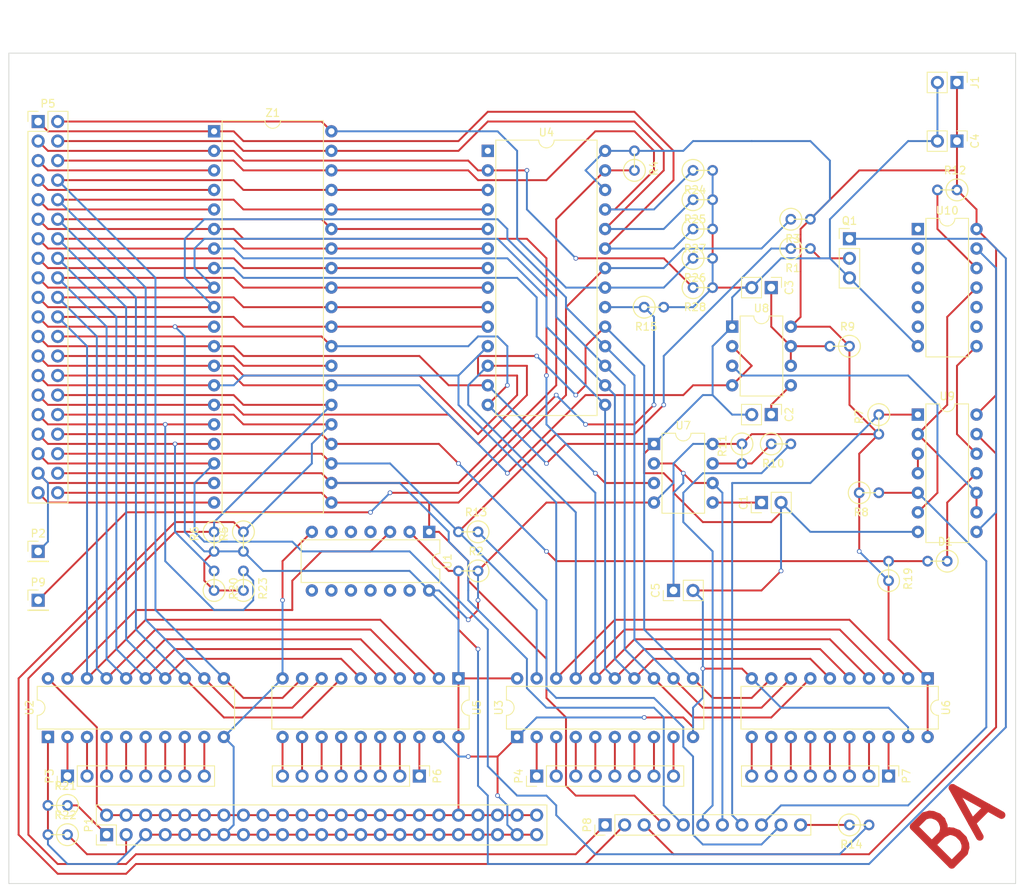
<source format=kicad_pcb>
(kicad_pcb (version 4) (host pcbnew 4.0.5)
  (title_block (title "Z80 Computer"))
  (layers (0 F.Cu mixed) (31 B.Cu mixed) (36 B.SilkS user) (37 F.SilkS user) (38 B.Mask user) (39 F.Mask user) (44 Edge.Cuts user))
  (net 0 "")
  (net 1 "Net-(C1-Pad1)")
  (net 2 GND)
  (net 3 "Net-(C2-Pad1)")
  (net 4 "Net-(C3-Pad1)")
  (net 5 VCC)
  (net 6 "Net-(P1-Pad1)")
  (net 7 "Net-(P1-Pad3)")
  (net 8 "Net-(P3-Pad1)")
  (net 9 "Net-(P3-Pad2)")
  (net 10 "Net-(P3-Pad3)")
  (net 11 "Net-(P3-Pad4)")
  (net 12 "Net-(P3-Pad5)")
  (net 13 "Net-(P3-Pad6)")
  (net 14 "Net-(P3-Pad7)")
  (net 15 "Net-(P3-Pad8)")
  (net 16 "Net-(P4-Pad1)")
  (net 17 "Net-(P4-Pad2)")
  (net 18 "Net-(P4-Pad3)")
  (net 19 "Net-(P4-Pad4)")
  (net 20 "Net-(P4-Pad5)")
  (net 21 "Net-(P4-Pad6)")
  (net 22 "Net-(P4-Pad7)")
  (net 23 "Net-(P4-Pad8)")
  (net 24 "Net-(P5-Pad1)")
  (net 25 "Net-(P5-Pad2)")
  (net 26 "Net-(P5-Pad3)")
  (net 27 "Net-(P5-Pad4)")
  (net 28 "Net-(P5-Pad5)")
  (net 29 "Net-(P5-Pad6)")
  (net 30 "Net-(P5-Pad7)")
  (net 31 "Net-(P5-Pad8)")
  (net 32 "Net-(P5-Pad9)")
  (net 33 "Net-(P5-Pad10)")
  (net 34 CLK)
  (net 35 "Net-(P5-Pad12)")
  (net 36 "Net-(P5-Pad13)")
  (net 37 "Net-(P5-Pad14)")
  (net 38 "Net-(P5-Pad15)")
  (net 39 "Net-(P5-Pad16)")
  (net 40 "Net-(P5-Pad17)")
  (net 41 "Net-(P5-Pad18)")
  (net 42 "Net-(P5-Pad19)")
  (net 43 "Net-(P5-Pad20)")
  (net 44 "Net-(P5-Pad22)")
  (net 45 "Net-(P5-Pad23)")
  (net 46 "Net-(P5-Pad25)")
  (net 47 RFSH)
  (net 48 "Net-(P5-Pad27)")
  (net 49 M1)
  (net 50 "Net-(P5-Pad29)")
  (net 51 RESET)
  (net 52 INT)
  (net 53 BUSRQ)
  (net 54 NMI)
  (net 55 WAIT)
  (net 56 HALT)
  (net 57 BUSACK)
  (net 58 MREQ)
  (net 59 WR)
  (net 60 IOREQ)
  (net 61 RD)
  (net 62 "Net-(P6-Pad1)")
  (net 63 "Net-(P6-Pad2)")
  (net 64 "Net-(P6-Pad3)")
  (net 65 "Net-(P6-Pad4)")
  (net 66 "Net-(P6-Pad5)")
  (net 67 "Net-(P6-Pad6)")
  (net 68 "Net-(P6-Pad7)")
  (net 69 "Net-(P6-Pad8)")
  (net 70 "Net-(P7-Pad1)")
  (net 71 "Net-(P7-Pad2)")
  (net 72 "Net-(P7-Pad3)")
  (net 73 "Net-(P7-Pad4)")
  (net 74 "Net-(P7-Pad5)")
  (net 75 "Net-(P7-Pad6)")
  (net 76 "Net-(P7-Pad7)")
  (net 77 "Net-(P7-Pad8)")
  (net 78 "Net-(P8-Pad3)")
  (net 79 "Net-(P8-Pad6)")
  (net 80 "Net-(P8-Pad8)")
  (net 81 "Net-(P8-Pad9)")
  (net 82 "Net-(P8-Pad10)")
  (net 83 "Net-(P8-Pad11)")
  (net 84 "Net-(Q1-Pad1)")
  (net 85 "Net-(Q1-Pad2)")
  (net 86 "Net-(R10-Pad1)")
  (net 87 "Net-(R12-Pad2)")
  (net 88 "Net-(U1-Pad3)")
  (net 89 "Net-(U8-Pad3)")
  (net 90 "Net-(U10-Pad13)")
  (net 91 "Net-(U10-Pad11)")
  (net 92 "Net-(U9-Pad3)")
  (net 93 "Net-(U10-Pad8)")
  (net 94 "Net-(D1-Pad1)")
  (net 95 "Net-(C5-Pad1)")
  (net 96 "Net-(P9-Pad1)")
  (module Housings_DIP:DIP-40_W15.24mm (layer F.Cu) (at 58.42 73.66)
    (fp_text reference Z1 (at 7.62 -2.39) (layer F.SilkS))
    (fp_text value Z80)
    (pad 1 thru_hole rect (at 0 0) (size 1.6 1.6) (drill 0.8) (layers *.Cu *.Mask) (net 24 "Net-(P5-Pad1)"))
    (pad 21 thru_hole oval (at 15.24 48.26) (size 1.6 1.6) (drill 0.8) (layers *.Cu *.Mask) (net 61 RD))
    (pad 2 thru_hole oval (at 0 2.54) (size 1.6 1.6) (drill 0.8) (layers *.Cu *.Mask) (net 26 "Net-(P5-Pad3)"))
    (pad 22 thru_hole oval (at 15.24 45.72) (size 1.6 1.6) (drill 0.8) (layers *.Cu *.Mask) (net 59 WR))
    (pad 3 thru_hole oval (at 0 5.08) (size 1.6 1.6) (drill 0.8) (layers *.Cu *.Mask) (net 28 "Net-(P5-Pad5)"))
    (pad 23 thru_hole oval (at 15.24 43.18) (size 1.6 1.6) (drill 0.8) (layers *.Cu *.Mask) (net 57 BUSACK))
    (pad 4 thru_hole oval (at 0 7.62) (size 1.6 1.6) (drill 0.8) (layers *.Cu *.Mask) (net 30 "Net-(P5-Pad7)"))
    (pad 24 thru_hole oval (at 15.24 40.64) (size 1.6 1.6) (drill 0.8) (layers *.Cu *.Mask) (net 55 WAIT))
    (pad 5 thru_hole oval (at 0 10.16) (size 1.6 1.6) (drill 0.8) (layers *.Cu *.Mask) (net 32 "Net-(P5-Pad9)"))
    (pad 25 thru_hole oval (at 15.24 38.1) (size 1.6 1.6) (drill 0.8) (layers *.Cu *.Mask) (net 53 BUSRQ))
    (pad 6 thru_hole oval (at 0 12.7) (size 1.6 1.6) (drill 0.8) (layers *.Cu *.Mask) (net 34 CLK))
    (pad 26 thru_hole oval (at 15.24 35.56) (size 1.6 1.6) (drill 0.8) (layers *.Cu *.Mask) (net 51 RESET))
    (pad 7 thru_hole oval (at 0 15.24) (size 1.6 1.6) (drill 0.8) (layers *.Cu *.Mask) (net 36 "Net-(P5-Pad13)"))
    (pad 27 thru_hole oval (at 15.24 33.02) (size 1.6 1.6) (drill 0.8) (layers *.Cu *.Mask) (net 49 M1))
    (pad 8 thru_hole oval (at 0 17.78) (size 1.6 1.6) (drill 0.8) (layers *.Cu *.Mask) (net 38 "Net-(P5-Pad15)"))
    (pad 28 thru_hole oval (at 15.24 30.48) (size 1.6 1.6) (drill 0.8) (layers *.Cu *.Mask) (net 47 RFSH))
    (pad 9 thru_hole oval (at 0 20.32) (size 1.6 1.6) (drill 0.8) (layers *.Cu *.Mask) (net 40 "Net-(P5-Pad17)"))
    (pad 29 thru_hole oval (at 15.24 27.94) (size 1.6 1.6) (drill 0.8) (layers *.Cu *.Mask) (net 2 GND))
    (pad 10 thru_hole oval (at 0 22.86) (size 1.6 1.6) (drill 0.8) (layers *.Cu *.Mask) (net 42 "Net-(P5-Pad19)"))
    (pad 30 thru_hole oval (at 15.24 25.4) (size 1.6 1.6) (drill 0.8) (layers *.Cu *.Mask) (net 44 "Net-(P5-Pad22)"))
    (pad 11 thru_hole oval (at 0 25.4) (size 1.6 1.6) (drill 0.8) (layers *.Cu *.Mask) (net 5 VCC))
    (pad 31 thru_hole oval (at 15.24 22.86) (size 1.6 1.6) (drill 0.8) (layers *.Cu *.Mask) (net 43 "Net-(P5-Pad20)"))
    (pad 12 thru_hole oval (at 0 27.94) (size 1.6 1.6) (drill 0.8) (layers *.Cu *.Mask) (net 45 "Net-(P5-Pad23)"))
    (pad 32 thru_hole oval (at 15.24 20.32) (size 1.6 1.6) (drill 0.8) (layers *.Cu *.Mask) (net 41 "Net-(P5-Pad18)"))
    (pad 13 thru_hole oval (at 0 30.48) (size 1.6 1.6) (drill 0.8) (layers *.Cu *.Mask) (net 46 "Net-(P5-Pad25)"))
    (pad 33 thru_hole oval (at 15.24 17.78) (size 1.6 1.6) (drill 0.8) (layers *.Cu *.Mask) (net 39 "Net-(P5-Pad16)"))
    (pad 14 thru_hole oval (at 0 33.02) (size 1.6 1.6) (drill 0.8) (layers *.Cu *.Mask) (net 48 "Net-(P5-Pad27)"))
    (pad 34 thru_hole oval (at 15.24 15.24) (size 1.6 1.6) (drill 0.8) (layers *.Cu *.Mask) (net 37 "Net-(P5-Pad14)"))
    (pad 15 thru_hole oval (at 0 35.56) (size 1.6 1.6) (drill 0.8) (layers *.Cu *.Mask) (net 50 "Net-(P5-Pad29)"))
    (pad 35 thru_hole oval (at 15.24 12.7) (size 1.6 1.6) (drill 0.8) (layers *.Cu *.Mask) (net 35 "Net-(P5-Pad12)"))
    (pad 16 thru_hole oval (at 0 38.1) (size 1.6 1.6) (drill 0.8) (layers *.Cu *.Mask) (net 52 INT))
    (pad 36 thru_hole oval (at 15.24 10.16) (size 1.6 1.6) (drill 0.8) (layers *.Cu *.Mask) (net 33 "Net-(P5-Pad10)"))
    (pad 17 thru_hole oval (at 0 40.64) (size 1.6 1.6) (drill 0.8) (layers *.Cu *.Mask) (net 54 NMI))
    (pad 37 thru_hole oval (at 15.24 7.62) (size 1.6 1.6) (drill 0.8) (layers *.Cu *.Mask) (net 31 "Net-(P5-Pad8)"))
    (pad 18 thru_hole oval (at 0 43.18) (size 1.6 1.6) (drill 0.8) (layers *.Cu *.Mask) (net 56 HALT))
    (pad 38 thru_hole oval (at 15.24 5.08) (size 1.6 1.6) (drill 0.8) (layers *.Cu *.Mask) (net 29 "Net-(P5-Pad6)"))
    (pad 19 thru_hole oval (at 0 45.72) (size 1.6 1.6) (drill 0.8) (layers *.Cu *.Mask) (net 58 MREQ))
    (pad 39 thru_hole oval (at 15.24 2.54) (size 1.6 1.6) (drill 0.8) (layers *.Cu *.Mask) (net 27 "Net-(P5-Pad4)"))
    (pad 20 thru_hole oval (at 0 48.26) (size 1.6 1.6) (drill 0.8) (layers *.Cu *.Mask) (net 60 IOREQ))
    (pad 40 thru_hole oval (at 15.24 0) (size 1.6 1.6) (drill 0.8) (layers *.Cu *.Mask) (net 25 "Net-(P5-Pad2)"))
  )
  (module Housings_DIP:DIP-28_W15.24mm (layer F.Cu) (at 93.98 76.2)
    (fp_text reference U4 (at 7.62 -2.39) (layer F.SilkS))
    (fp_text value AS6C6264)
    (pad 1 thru_hole rect (at 0 0) (size 1.6 1.6) (drill 0.8) (layers *.Cu *.Mask))
    (pad 15 thru_hole oval (at 15.24 33.02) (size 1.6 1.6) (drill 0.8) (layers *.Cu *.Mask) (net 38 "Net-(P5-Pad15)"))
    (pad 2 thru_hole oval (at 0 2.54) (size 1.6 1.6) (drill 0.8) (layers *.Cu *.Mask) (net 26 "Net-(P5-Pad3)"))
    (pad 16 thru_hole oval (at 15.24 30.48) (size 1.6 1.6) (drill 0.8) (layers *.Cu *.Mask) (net 36 "Net-(P5-Pad13)"))
    (pad 3 thru_hole oval (at 0 5.08) (size 1.6 1.6) (drill 0.8) (layers *.Cu *.Mask) (net 31 "Net-(P5-Pad8)"))
    (pad 17 thru_hole oval (at 15.24 27.94) (size 1.6 1.6) (drill 0.8) (layers *.Cu *.Mask) (net 40 "Net-(P5-Pad17)"))
    (pad 4 thru_hole oval (at 0 7.62) (size 1.6 1.6) (drill 0.8) (layers *.Cu *.Mask) (net 33 "Net-(P5-Pad10)"))
    (pad 18 thru_hole oval (at 15.24 25.4) (size 1.6 1.6) (drill 0.8) (layers *.Cu *.Mask) (net 42 "Net-(P5-Pad19)"))
    (pad 5 thru_hole oval (at 0 10.16) (size 1.6 1.6) (drill 0.8) (layers *.Cu *.Mask) (net 35 "Net-(P5-Pad12)"))
    (pad 19 thru_hole oval (at 15.24 22.86) (size 1.6 1.6) (drill 0.8) (layers *.Cu *.Mask) (net 46 "Net-(P5-Pad25)"))
    (pad 6 thru_hole oval (at 0 12.7) (size 1.6 1.6) (drill 0.8) (layers *.Cu *.Mask) (net 37 "Net-(P5-Pad14)"))
    (pad 20 thru_hole oval (at 15.24 20.32) (size 1.6 1.6) (drill 0.8) (layers *.Cu *.Mask) (net 96 "Net-(P9-Pad1)"))
    (pad 7 thru_hole oval (at 0 15.24) (size 1.6 1.6) (drill 0.8) (layers *.Cu *.Mask) (net 39 "Net-(P5-Pad16)"))
    (pad 21 thru_hole oval (at 15.24 17.78) (size 1.6 1.6) (drill 0.8) (layers *.Cu *.Mask) (net 25 "Net-(P5-Pad2)"))
    (pad 8 thru_hole oval (at 0 17.78) (size 1.6 1.6) (drill 0.8) (layers *.Cu *.Mask) (net 41 "Net-(P5-Pad18)"))
    (pad 22 thru_hole oval (at 15.24 15.24) (size 1.6 1.6) (drill 0.8) (layers *.Cu *.Mask) (net 61 RD))
    (pad 9 thru_hole oval (at 0 20.32) (size 1.6 1.6) (drill 0.8) (layers *.Cu *.Mask) (net 43 "Net-(P5-Pad20)"))
    (pad 23 thru_hole oval (at 15.24 12.7) (size 1.6 1.6) (drill 0.8) (layers *.Cu *.Mask) (net 24 "Net-(P5-Pad1)"))
    (pad 10 thru_hole oval (at 0 22.86) (size 1.6 1.6) (drill 0.8) (layers *.Cu *.Mask) (net 44 "Net-(P5-Pad22)"))
    (pad 24 thru_hole oval (at 15.24 10.16) (size 1.6 1.6) (drill 0.8) (layers *.Cu *.Mask) (net 27 "Net-(P5-Pad4)"))
    (pad 11 thru_hole oval (at 0 25.4) (size 1.6 1.6) (drill 0.8) (layers *.Cu *.Mask) (net 48 "Net-(P5-Pad27)"))
    (pad 25 thru_hole oval (at 15.24 7.62) (size 1.6 1.6) (drill 0.8) (layers *.Cu *.Mask) (net 29 "Net-(P5-Pad6)"))
    (pad 12 thru_hole oval (at 0 27.94) (size 1.6 1.6) (drill 0.8) (layers *.Cu *.Mask) (net 50 "Net-(P5-Pad29)"))
    (pad 26 thru_hole oval (at 15.24 5.08) (size 1.6 1.6) (drill 0.8) (layers *.Cu *.Mask) (net 5 VCC))
    (pad 13 thru_hole oval (at 0 30.48) (size 1.6 1.6) (drill 0.8) (layers *.Cu *.Mask) (net 45 "Net-(P5-Pad23)"))
    (pad 27 thru_hole oval (at 15.24 2.54) (size 1.6 1.6) (drill 0.8) (layers *.Cu *.Mask) (net 59 WR))
    (pad 14 thru_hole oval (at 0 33.02) (size 1.6 1.6) (drill 0.8) (layers *.Cu *.Mask) (net 2 GND))
    (pad 28 thru_hole oval (at 15.24 0) (size 1.6 1.6) (drill 0.8) (layers *.Cu *.Mask) (net 5 VCC))
  )
  (module Pin_Headers:Pin_Header_Straight_2x20_Pitch2.54mm (layer F.Cu) (at 35.56 72.39)
    (fp_text reference P5 (at 1.27 -2.33) (layer F.SilkS))
    (fp_text value CONN_02X20)
    (pad 1 thru_hole rect (at 0 0) (size 1.7 1.7) (drill 1) (layers *.Cu *.Mask) (net 24 "Net-(P5-Pad1)"))
    (pad 2 thru_hole oval (at 2.54 0) (size 1.7 1.7) (drill 1) (layers *.Cu *.Mask) (net 25 "Net-(P5-Pad2)"))
    (pad 3 thru_hole oval (at 0 2.54) (size 1.7 1.7) (drill 1) (layers *.Cu *.Mask) (net 26 "Net-(P5-Pad3)"))
    (pad 4 thru_hole oval (at 2.54 2.54) (size 1.7 1.7) (drill 1) (layers *.Cu *.Mask) (net 27 "Net-(P5-Pad4)"))
    (pad 5 thru_hole oval (at 0 5.08) (size 1.7 1.7) (drill 1) (layers *.Cu *.Mask) (net 28 "Net-(P5-Pad5)"))
    (pad 6 thru_hole oval (at 2.54 5.08) (size 1.7 1.7) (drill 1) (layers *.Cu *.Mask) (net 29 "Net-(P5-Pad6)"))
    (pad 7 thru_hole oval (at 0 7.62) (size 1.7 1.7) (drill 1) (layers *.Cu *.Mask) (net 30 "Net-(P5-Pad7)"))
    (pad 8 thru_hole oval (at 2.54 7.62) (size 1.7 1.7) (drill 1) (layers *.Cu *.Mask) (net 31 "Net-(P5-Pad8)"))
    (pad 9 thru_hole oval (at 0 10.16) (size 1.7 1.7) (drill 1) (layers *.Cu *.Mask) (net 32 "Net-(P5-Pad9)"))
    (pad 10 thru_hole oval (at 2.54 10.16) (size 1.7 1.7) (drill 1) (layers *.Cu *.Mask) (net 33 "Net-(P5-Pad10)"))
    (pad 11 thru_hole oval (at 0 12.7) (size 1.7 1.7) (drill 1) (layers *.Cu *.Mask) (net 34 CLK))
    (pad 12 thru_hole oval (at 2.54 12.7) (size 1.7 1.7) (drill 1) (layers *.Cu *.Mask) (net 35 "Net-(P5-Pad12)"))
    (pad 13 thru_hole oval (at 0 15.24) (size 1.7 1.7) (drill 1) (layers *.Cu *.Mask) (net 36 "Net-(P5-Pad13)"))
    (pad 14 thru_hole oval (at 2.54 15.24) (size 1.7 1.7) (drill 1) (layers *.Cu *.Mask) (net 37 "Net-(P5-Pad14)"))
    (pad 15 thru_hole oval (at 0 17.78) (size 1.7 1.7) (drill 1) (layers *.Cu *.Mask) (net 38 "Net-(P5-Pad15)"))
    (pad 16 thru_hole oval (at 2.54 17.78) (size 1.7 1.7) (drill 1) (layers *.Cu *.Mask) (net 39 "Net-(P5-Pad16)"))
    (pad 17 thru_hole oval (at 0 20.32) (size 1.7 1.7) (drill 1) (layers *.Cu *.Mask) (net 40 "Net-(P5-Pad17)"))
    (pad 18 thru_hole oval (at 2.54 20.32) (size 1.7 1.7) (drill 1) (layers *.Cu *.Mask) (net 41 "Net-(P5-Pad18)"))
    (pad 19 thru_hole oval (at 0 22.86) (size 1.7 1.7) (drill 1) (layers *.Cu *.Mask) (net 42 "Net-(P5-Pad19)"))
    (pad 20 thru_hole oval (at 2.54 22.86) (size 1.7 1.7) (drill 1) (layers *.Cu *.Mask) (net 43 "Net-(P5-Pad20)"))
    (pad 21 thru_hole oval (at 0 25.4) (size 1.7 1.7) (drill 1) (layers *.Cu *.Mask) (net 5 VCC))
    (pad 22 thru_hole oval (at 2.54 25.4) (size 1.7 1.7) (drill 1) (layers *.Cu *.Mask) (net 44 "Net-(P5-Pad22)"))
    (pad 23 thru_hole oval (at 0 27.94) (size 1.7 1.7) (drill 1) (layers *.Cu *.Mask) (net 45 "Net-(P5-Pad23)"))
    (pad 24 thru_hole oval (at 2.54 27.94) (size 1.7 1.7) (drill 1) (layers *.Cu *.Mask) (net 2 GND))
    (pad 25 thru_hole oval (at 0 30.48) (size 1.7 1.7) (drill 1) (layers *.Cu *.Mask) (net 46 "Net-(P5-Pad25)"))
    (pad 26 thru_hole oval (at 2.54 30.48) (size 1.7 1.7) (drill 1) (layers *.Cu *.Mask) (net 47 RFSH))
    (pad 27 thru_hole oval (at 0 33.02) (size 1.7 1.7) (drill 1) (layers *.Cu *.Mask) (net 48 "Net-(P5-Pad27)"))
    (pad 28 thru_hole oval (at 2.54 33.02) (size 1.7 1.7) (drill 1) (layers *.Cu *.Mask) (net 49 M1))
    (pad 29 thru_hole oval (at 0 35.56) (size 1.7 1.7) (drill 1) (layers *.Cu *.Mask) (net 50 "Net-(P5-Pad29)"))
    (pad 30 thru_hole oval (at 2.54 35.56) (size 1.7 1.7) (drill 1) (layers *.Cu *.Mask) (net 51 RESET))
    (pad 31 thru_hole oval (at 0 38.1) (size 1.7 1.7) (drill 1) (layers *.Cu *.Mask) (net 52 INT))
    (pad 32 thru_hole oval (at 2.54 38.1) (size 1.7 1.7) (drill 1) (layers *.Cu *.Mask) (net 53 BUSRQ))
    (pad 33 thru_hole oval (at 0 40.64) (size 1.7 1.7) (drill 1) (layers *.Cu *.Mask) (net 54 NMI))
    (pad 34 thru_hole oval (at 2.54 40.64) (size 1.7 1.7) (drill 1) (layers *.Cu *.Mask) (net 55 WAIT))
    (pad 35 thru_hole oval (at 0 43.18) (size 1.7 1.7) (drill 1) (layers *.Cu *.Mask) (net 56 HALT))
    (pad 36 thru_hole oval (at 2.54 43.18) (size 1.7 1.7) (drill 1) (layers *.Cu *.Mask) (net 57 BUSACK))
    (pad 37 thru_hole oval (at 0 45.72) (size 1.7 1.7) (drill 1) (layers *.Cu *.Mask) (net 58 MREQ))
    (pad 38 thru_hole oval (at 2.54 45.72) (size 1.7 1.7) (drill 1) (layers *.Cu *.Mask) (net 59 WR))
    (pad 39 thru_hole oval (at 0 48.26) (size 1.7 1.7) (drill 1) (layers *.Cu *.Mask) (net 60 IOREQ))
    (pad 40 thru_hole oval (at 2.54 48.26) (size 1.7 1.7) (drill 1) (layers *.Cu *.Mask) (net 61 RD))
  )
  (module Pin_Headers:Pin_Header_Straight_1x02_Pitch2.54mm (layer F.Cu) (at 129.54 121.92 90)
    (fp_text reference C1 (at 0 -2.33 90) (layer F.SilkS))
    (fp_text value 10nF)
    (pad 1 thru_hole rect (at 0 0 90) (size 1.7 1.7) (drill 1) (layers *.Cu *.Mask) (net 1 "Net-(C1-Pad1)"))
    (pad 2 thru_hole oval (at 0 2.54 90) (size 1.7 1.7) (drill 1) (layers *.Cu *.Mask) (net 2 GND))
  )
  (module Pin_Headers:Pin_Header_Straight_1x02_Pitch2.54mm (layer F.Cu) (at 130.81 110.49 270)
    (fp_text reference C2 (at 0 -2.33 270) (layer F.SilkS))
    (fp_text value 10nF)
    (pad 1 thru_hole rect (at 0 0 270) (size 1.7 1.7) (drill 1) (layers *.Cu *.Mask) (net 3 "Net-(C2-Pad1)"))
    (pad 2 thru_hole oval (at 0 2.54 270) (size 1.7 1.7) (drill 1) (layers *.Cu *.Mask) (net 2 GND))
  )
  (module Pin_Headers:Pin_Header_Straight_1x02_Pitch2.54mm (layer F.Cu) (at 130.81 93.98 270)
    (fp_text reference C3 (at 0 -2.33 270) (layer F.SilkS))
    (fp_text value 10nF)
    (pad 1 thru_hole rect (at 0 0 270) (size 1.7 1.7) (drill 1) (layers *.Cu *.Mask) (net 4 "Net-(C3-Pad1)"))
    (pad 2 thru_hole oval (at 0 2.54 270) (size 1.7 1.7) (drill 1) (layers *.Cu *.Mask) (net 2 GND))
  )
  (module Pin_Headers:Pin_Header_Straight_1x02_Pitch2.54mm (layer F.Cu) (at 154.94 74.93 270)
    (fp_text reference C4 (at 0 -2.33 270) (layer F.SilkS))
    (fp_text value 10uF)
    (pad 1 thru_hole rect (at 0 0 270) (size 1.7 1.7) (drill 1) (layers *.Cu *.Mask) (net 5 VCC))
    (pad 2 thru_hole oval (at 0 2.54 270) (size 1.7 1.7) (drill 1) (layers *.Cu *.Mask) (net 2 GND))
  )
  (module Pin_Headers:Pin_Header_Straight_1x02_Pitch2.54mm (layer F.Cu) (at 154.94 67.31 270)
    (fp_text reference J1 (at 0 -2.33 270) (layer F.SilkS))
    (fp_text value Screw_Terminal_Power_Input)
    (pad 1 thru_hole rect (at 0 0 270) (size 1.7 1.7) (drill 1) (layers *.Cu *.Mask) (net 5 VCC))
    (pad 2 thru_hole oval (at 0 2.54 270) (size 1.7 1.7) (drill 1) (layers *.Cu *.Mask) (net 2 GND))
  )
  (module Pin_Headers:Pin_Header_Straight_2x23_Pitch2.54mm (layer F.Cu) (at 44.45 165.1 90)
    (fp_text reference P1 (at 1.27 -2.33 90) (layer F.SilkS))
    (fp_text value CONN_02X23)
    (pad 1 thru_hole rect (at 0 0 90) (size 1.7 1.7) (drill 1) (layers *.Cu *.Mask) (net 6 "Net-(P1-Pad1)"))
    (pad 2 thru_hole oval (at 2.54 0 90) (size 1.7 1.7) (drill 1) (layers *.Cu *.Mask) (net 5 VCC))
    (pad 3 thru_hole oval (at 0 2.54 90) (size 1.7 1.7) (drill 1) (layers *.Cu *.Mask) (net 7 "Net-(P1-Pad3)"))
    (pad 4 thru_hole oval (at 2.54 2.54 90) (size 1.7 1.7) (drill 1) (layers *.Cu *.Mask) (net 5 VCC))
    (pad 5 thru_hole oval (at 0 5.08 90) (size 1.7 1.7) (drill 1) (layers *.Cu *.Mask) (net 2 GND))
    (pad 6 thru_hole oval (at 2.54 5.08 90) (size 1.7 1.7) (drill 1) (layers *.Cu *.Mask) (net 5 VCC))
    (pad 7 thru_hole oval (at 0 7.62 90) (size 1.7 1.7) (drill 1) (layers *.Cu *.Mask) (net 2 GND))
    (pad 8 thru_hole oval (at 2.54 7.62 90) (size 1.7 1.7) (drill 1) (layers *.Cu *.Mask) (net 5 VCC))
    (pad 9 thru_hole oval (at 0 10.16 90) (size 1.7 1.7) (drill 1) (layers *.Cu *.Mask) (net 2 GND))
    (pad 10 thru_hole oval (at 2.54 10.16 90) (size 1.7 1.7) (drill 1) (layers *.Cu *.Mask) (net 5 VCC))
    (pad 11 thru_hole oval (at 0 12.7 90) (size 1.7 1.7) (drill 1) (layers *.Cu *.Mask) (net 2 GND))
    (pad 12 thru_hole oval (at 2.54 12.7 90) (size 1.7 1.7) (drill 1) (layers *.Cu *.Mask) (net 5 VCC))
    (pad 13 thru_hole oval (at 0 15.24 90) (size 1.7 1.7) (drill 1) (layers *.Cu *.Mask) (net 2 GND))
    (pad 14 thru_hole oval (at 2.54 15.24 90) (size 1.7 1.7) (drill 1) (layers *.Cu *.Mask) (net 5 VCC))
    (pad 15 thru_hole oval (at 0 17.78 90) (size 1.7 1.7) (drill 1) (layers *.Cu *.Mask) (net 2 GND))
    (pad 16 thru_hole oval (at 2.54 17.78 90) (size 1.7 1.7) (drill 1) (layers *.Cu *.Mask) (net 5 VCC))
    (pad 17 thru_hole oval (at 0 20.32 90) (size 1.7 1.7) (drill 1) (layers *.Cu *.Mask) (net 2 GND))
    (pad 18 thru_hole oval (at 2.54 20.32 90) (size 1.7 1.7) (drill 1) (layers *.Cu *.Mask) (net 5 VCC))
    (pad 19 thru_hole oval (at 0 22.86 90) (size 1.7 1.7) (drill 1) (layers *.Cu *.Mask) (net 2 GND))
    (pad 20 thru_hole oval (at 2.54 22.86 90) (size 1.7 1.7) (drill 1) (layers *.Cu *.Mask) (net 5 VCC))
    (pad 21 thru_hole oval (at 0 25.4 90) (size 1.7 1.7) (drill 1) (layers *.Cu *.Mask) (net 2 GND))
    (pad 22 thru_hole oval (at 2.54 25.4 90) (size 1.7 1.7) (drill 1) (layers *.Cu *.Mask) (net 5 VCC))
    (pad 23 thru_hole oval (at 0 27.94 90) (size 1.7 1.7) (drill 1) (layers *.Cu *.Mask) (net 2 GND))
    (pad 24 thru_hole oval (at 2.54 27.94 90) (size 1.7 1.7) (drill 1) (layers *.Cu *.Mask) (net 5 VCC))
    (pad 25 thru_hole oval (at 0 30.48 90) (size 1.7 1.7) (drill 1) (layers *.Cu *.Mask) (net 2 GND))
    (pad 26 thru_hole oval (at 2.54 30.48 90) (size 1.7 1.7) (drill 1) (layers *.Cu *.Mask) (net 5 VCC))
    (pad 27 thru_hole oval (at 0 33.02 90) (size 1.7 1.7) (drill 1) (layers *.Cu *.Mask) (net 2 GND))
    (pad 28 thru_hole oval (at 2.54 33.02 90) (size 1.7 1.7) (drill 1) (layers *.Cu *.Mask) (net 5 VCC))
    (pad 29 thru_hole oval (at 0 35.56 90) (size 1.7 1.7) (drill 1) (layers *.Cu *.Mask) (net 2 GND))
    (pad 30 thru_hole oval (at 2.54 35.56 90) (size 1.7 1.7) (drill 1) (layers *.Cu *.Mask) (net 5 VCC))
    (pad 31 thru_hole oval (at 0 38.1 90) (size 1.7 1.7) (drill 1) (layers *.Cu *.Mask) (net 2 GND))
    (pad 32 thru_hole oval (at 2.54 38.1 90) (size 1.7 1.7) (drill 1) (layers *.Cu *.Mask) (net 5 VCC))
    (pad 33 thru_hole oval (at 0 40.64 90) (size 1.7 1.7) (drill 1) (layers *.Cu *.Mask) (net 2 GND))
    (pad 34 thru_hole oval (at 2.54 40.64 90) (size 1.7 1.7) (drill 1) (layers *.Cu *.Mask) (net 5 VCC))
    (pad 35 thru_hole oval (at 0 43.18 90) (size 1.7 1.7) (drill 1) (layers *.Cu *.Mask) (net 2 GND))
    (pad 36 thru_hole oval (at 2.54 43.18 90) (size 1.7 1.7) (drill 1) (layers *.Cu *.Mask) (net 5 VCC))
    (pad 37 thru_hole oval (at 0 45.72 90) (size 1.7 1.7) (drill 1) (layers *.Cu *.Mask) (net 2 GND))
    (pad 38 thru_hole oval (at 2.54 45.72 90) (size 1.7 1.7) (drill 1) (layers *.Cu *.Mask) (net 5 VCC))
    (pad 39 thru_hole oval (at 0 48.26 90) (size 1.7 1.7) (drill 1) (layers *.Cu *.Mask) (net 2 GND))
    (pad 40 thru_hole oval (at 2.54 48.26 90) (size 1.7 1.7) (drill 1) (layers *.Cu *.Mask) (net 5 VCC))
    (pad 41 thru_hole oval (at 0 50.8 90) (size 1.7 1.7) (drill 1) (layers *.Cu *.Mask) (net 2 GND))
    (pad 42 thru_hole oval (at 2.54 50.8 90) (size 1.7 1.7) (drill 1) (layers *.Cu *.Mask) (net 5 VCC))
    (pad 43 thru_hole oval (at 0 53.34 90) (size 1.7 1.7) (drill 1) (layers *.Cu *.Mask) (net 2 GND))
    (pad 44 thru_hole oval (at 2.54 53.34 90) (size 1.7 1.7) (drill 1) (layers *.Cu *.Mask) (net 5 VCC))
    (pad 45 thru_hole oval (at 0 55.88 90) (size 1.7 1.7) (drill 1) (layers *.Cu *.Mask) (net 2 GND))
    (pad 46 thru_hole oval (at 2.54 55.88 90) (size 1.7 1.7) (drill 1) (layers *.Cu *.Mask) (net 5 VCC))
  )
  (module Pin_Headers:Pin_Header_Straight_1x08_Pitch2.54mm (layer F.Cu) (at 39.37 157.48 90)
    (fp_text reference P3 (at 0 -2.33 90) (layer F.SilkS))
    (fp_text value CONN_01X08)
    (pad 1 thru_hole rect (at 0 0 90) (size 1.7 1.7) (drill 1) (layers *.Cu *.Mask) (net 8 "Net-(P3-Pad1)"))
    (pad 2 thru_hole oval (at 0 2.54 90) (size 1.7 1.7) (drill 1) (layers *.Cu *.Mask) (net 9 "Net-(P3-Pad2)"))
    (pad 3 thru_hole oval (at 0 5.08 90) (size 1.7 1.7) (drill 1) (layers *.Cu *.Mask) (net 10 "Net-(P3-Pad3)"))
    (pad 4 thru_hole oval (at 0 7.62 90) (size 1.7 1.7) (drill 1) (layers *.Cu *.Mask) (net 11 "Net-(P3-Pad4)"))
    (pad 5 thru_hole oval (at 0 10.16 90) (size 1.7 1.7) (drill 1) (layers *.Cu *.Mask) (net 12 "Net-(P3-Pad5)"))
    (pad 6 thru_hole oval (at 0 12.7 90) (size 1.7 1.7) (drill 1) (layers *.Cu *.Mask) (net 13 "Net-(P3-Pad6)"))
    (pad 7 thru_hole oval (at 0 15.24 90) (size 1.7 1.7) (drill 1) (layers *.Cu *.Mask) (net 14 "Net-(P3-Pad7)"))
    (pad 8 thru_hole oval (at 0 17.78 90) (size 1.7 1.7) (drill 1) (layers *.Cu *.Mask) (net 15 "Net-(P3-Pad8)"))
  )
  (module Pin_Headers:Pin_Header_Straight_1x08_Pitch2.54mm (layer F.Cu) (at 100.33 157.48 90)
    (fp_text reference P4 (at 0 -2.33 90) (layer F.SilkS))
    (fp_text value CONN_01X08)
    (pad 1 thru_hole rect (at 0 0 90) (size 1.7 1.7) (drill 1) (layers *.Cu *.Mask) (net 16 "Net-(P4-Pad1)"))
    (pad 2 thru_hole oval (at 0 2.54 90) (size 1.7 1.7) (drill 1) (layers *.Cu *.Mask) (net 17 "Net-(P4-Pad2)"))
    (pad 3 thru_hole oval (at 0 5.08 90) (size 1.7 1.7) (drill 1) (layers *.Cu *.Mask) (net 18 "Net-(P4-Pad3)"))
    (pad 4 thru_hole oval (at 0 7.62 90) (size 1.7 1.7) (drill 1) (layers *.Cu *.Mask) (net 19 "Net-(P4-Pad4)"))
    (pad 5 thru_hole oval (at 0 10.16 90) (size 1.7 1.7) (drill 1) (layers *.Cu *.Mask) (net 20 "Net-(P4-Pad5)"))
    (pad 6 thru_hole oval (at 0 12.7 90) (size 1.7 1.7) (drill 1) (layers *.Cu *.Mask) (net 21 "Net-(P4-Pad6)"))
    (pad 7 thru_hole oval (at 0 15.24 90) (size 1.7 1.7) (drill 1) (layers *.Cu *.Mask) (net 22 "Net-(P4-Pad7)"))
    (pad 8 thru_hole oval (at 0 17.78 90) (size 1.7 1.7) (drill 1) (layers *.Cu *.Mask) (net 23 "Net-(P4-Pad8)"))
  )
  (module Pin_Headers:Pin_Header_Straight_1x08_Pitch2.54mm (layer F.Cu) (at 85.09 157.48 270)
    (fp_text reference P6 (at 0 -2.33 270) (layer F.SilkS))
    (fp_text value CONN_01X08)
    (pad 1 thru_hole rect (at 0 0 270) (size 1.7 1.7) (drill 1) (layers *.Cu *.Mask) (net 62 "Net-(P6-Pad1)"))
    (pad 2 thru_hole oval (at 0 2.54 270) (size 1.7 1.7) (drill 1) (layers *.Cu *.Mask) (net 63 "Net-(P6-Pad2)"))
    (pad 3 thru_hole oval (at 0 5.08 270) (size 1.7 1.7) (drill 1) (layers *.Cu *.Mask) (net 64 "Net-(P6-Pad3)"))
    (pad 4 thru_hole oval (at 0 7.62 270) (size 1.7 1.7) (drill 1) (layers *.Cu *.Mask) (net 65 "Net-(P6-Pad4)"))
    (pad 5 thru_hole oval (at 0 10.16 270) (size 1.7 1.7) (drill 1) (layers *.Cu *.Mask) (net 66 "Net-(P6-Pad5)"))
    (pad 6 thru_hole oval (at 0 12.7 270) (size 1.7 1.7) (drill 1) (layers *.Cu *.Mask) (net 67 "Net-(P6-Pad6)"))
    (pad 7 thru_hole oval (at 0 15.24 270) (size 1.7 1.7) (drill 1) (layers *.Cu *.Mask) (net 68 "Net-(P6-Pad7)"))
    (pad 8 thru_hole oval (at 0 17.78 270) (size 1.7 1.7) (drill 1) (layers *.Cu *.Mask) (net 69 "Net-(P6-Pad8)"))
  )
  (module Pin_Headers:Pin_Header_Straight_1x08_Pitch2.54mm (layer F.Cu) (at 146.05 157.48 270)
    (fp_text reference P7 (at 0 -2.33 270) (layer F.SilkS))
    (fp_text value CONN_01X08)
    (pad 1 thru_hole rect (at 0 0 270) (size 1.7 1.7) (drill 1) (layers *.Cu *.Mask) (net 70 "Net-(P7-Pad1)"))
    (pad 2 thru_hole oval (at 0 2.54 270) (size 1.7 1.7) (drill 1) (layers *.Cu *.Mask) (net 71 "Net-(P7-Pad2)"))
    (pad 3 thru_hole oval (at 0 5.08 270) (size 1.7 1.7) (drill 1) (layers *.Cu *.Mask) (net 72 "Net-(P7-Pad3)"))
    (pad 4 thru_hole oval (at 0 7.62 270) (size 1.7 1.7) (drill 1) (layers *.Cu *.Mask) (net 73 "Net-(P7-Pad4)"))
    (pad 5 thru_hole oval (at 0 10.16 270) (size 1.7 1.7) (drill 1) (layers *.Cu *.Mask) (net 74 "Net-(P7-Pad5)"))
    (pad 6 thru_hole oval (at 0 12.7 270) (size 1.7 1.7) (drill 1) (layers *.Cu *.Mask) (net 75 "Net-(P7-Pad6)"))
    (pad 7 thru_hole oval (at 0 15.24 270) (size 1.7 1.7) (drill 1) (layers *.Cu *.Mask) (net 76 "Net-(P7-Pad7)"))
    (pad 8 thru_hole oval (at 0 17.78 270) (size 1.7 1.7) (drill 1) (layers *.Cu *.Mask) (net 77 "Net-(P7-Pad8)"))
  )
  (module Pin_Headers:Pin_Header_Straight_1x11_Pitch2.54mm (layer F.Cu) (at 109.22 163.83 90)
    (fp_text reference P8 (at 0 -2.33 90) (layer F.SilkS))
    (fp_text value CONN_01X11)
    (pad 1 thru_hole rect (at 0 0 90) (size 1.7 1.7) (drill 1) (layers *.Cu *.Mask) (net 51 RESET))
    (pad 2 thru_hole oval (at 0 2.54 90) (size 1.7 1.7) (drill 1) (layers *.Cu *.Mask) (net 53 BUSRQ))
    (pad 3 thru_hole oval (at 0 5.08 90) (size 1.7 1.7) (drill 1) (layers *.Cu *.Mask) (net 78 "Net-(P8-Pad3)"))
    (pad 4 thru_hole oval (at 0 7.62 90) (size 1.7 1.7) (drill 1) (layers *.Cu *.Mask) (net 61 RD))
    (pad 5 thru_hole oval (at 0 10.16 90) (size 1.7 1.7) (drill 1) (layers *.Cu *.Mask) (net 59 WR))
    (pad 6 thru_hole oval (at 0 12.7 90) (size 1.7 1.7) (drill 1) (layers *.Cu *.Mask) (net 79 "Net-(P8-Pad6)"))
    (pad 7 thru_hole oval (at 0 15.24 90) (size 1.7 1.7) (drill 1) (layers *.Cu *.Mask) (net 95 "Net-(C5-Pad1)"))
    (pad 8 thru_hole oval (at 0 17.78 90) (size 1.7 1.7) (drill 1) (layers *.Cu *.Mask) (net 80 "Net-(P8-Pad8)"))
    (pad 9 thru_hole oval (at 0 20.32 90) (size 1.7 1.7) (drill 1) (layers *.Cu *.Mask) (net 81 "Net-(P8-Pad9)"))
    (pad 10 thru_hole oval (at 0 22.86 90) (size 1.7 1.7) (drill 1) (layers *.Cu *.Mask) (net 82 "Net-(P8-Pad10)"))
    (pad 11 thru_hole oval (at 0 25.4 90) (size 1.7 1.7) (drill 1) (layers *.Cu *.Mask) (net 83 "Net-(P8-Pad11)"))
  )
  (module Pin_Headers:Pin_Header_Straight_1x03_Pitch2.54mm (layer F.Cu) (at 140.97 87.63)
    (fp_text reference Q1 (at 0 -2.33) (layer F.SilkS))
    (fp_text value Q_NPN_CBE)
    (pad 1 thru_hole rect (at 0 0) (size 1.7 1.7) (drill 1) (layers *.Cu *.Mask) (net 84 "Net-(Q1-Pad1)"))
    (pad 2 thru_hole oval (at 0 2.54) (size 1.7 1.7) (drill 1) (layers *.Cu *.Mask) (net 85 "Net-(Q1-Pad2)"))
    (pad 3 thru_hole oval (at 0 5.08) (size 1.7 1.7) (drill 1) (layers *.Cu *.Mask) (net 2 GND))
  )
  (module Discret:R1 (layer F.Cu) (at 134.62 88.9)
    (fp_text reference R1 (at -1.016 2.54) (layer F.SilkS))
    (fp_text value 100k)
    (pad 1 thru_hole circle (at -1.27 0) (size 1.397 1.397) (drill 0.8128) (layers *.Cu *.Mask) (net 57 BUSACK))
    (pad 2 thru_hole circle (at 1.27 0) (size 1.397 1.397) (drill 0.8128) (layers *.Cu *.Mask) (net 85 "Net-(Q1-Pad2)"))
  )
  (module Discret:R1 (layer F.Cu) (at 91.44 130.81 180)
    (fp_text reference R2 (at -1.016 2.54 180) (layer F.SilkS))
    (fp_text value 10k)
    (pad 1 thru_hole circle (at -1.27 0 180) (size 1.397 1.397) (drill 0.8128) (layers *.Cu *.Mask) (net 5 VCC))
    (pad 2 thru_hole circle (at 1.27 0 180) (size 1.397 1.397) (drill 0.8128) (layers *.Cu *.Mask) (net 84 "Net-(Q1-Pad1)"))
  )
  (module Discret:R1 (layer F.Cu) (at 134.62 85.09)
    (fp_text reference R3 (at -1.016 2.54) (layer F.SilkS))
    (fp_text value 10k)
    (pad 1 thru_hole circle (at -1.27 0) (size 1.397 1.397) (drill 0.8128) (layers *.Cu *.Mask) (net 61 RD))
    (pad 2 thru_hole circle (at 1.27 0) (size 1.397 1.397) (drill 0.8128) (layers *.Cu *.Mask) (net 5 VCC))
  )
  (module Discret:R1 (layer F.Cu) (at 113.03 77.47 90)
    (fp_text reference R4 (at -1.016 2.54 90) (layer F.SilkS))
    (fp_text value 10k)
    (pad 1 thru_hole circle (at -1.27 0 90) (size 1.397 1.397) (drill 0.8128) (layers *.Cu *.Mask) (net 59 WR))
    (pad 2 thru_hole circle (at 1.27 0 90) (size 1.397 1.397) (drill 0.8128) (layers *.Cu *.Mask) (net 5 VCC))
  )
  (module Discret:R1 (layer F.Cu) (at 62.23 127 270)
    (fp_text reference R5 (at -1.016 2.54 270) (layer F.SilkS))
    (fp_text value 10k)
    (pad 1 thru_hole circle (at -1.27 0 270) (size 1.397 1.397) (drill 0.8128) (layers *.Cu *.Mask) (net 53 BUSRQ))
    (pad 2 thru_hole circle (at 1.27 0 270) (size 1.397 1.397) (drill 0.8128) (layers *.Cu *.Mask) (net 5 VCC))
  )
  (module Discret:R1 (layer F.Cu) (at 58.42 127 270)
    (fp_text reference R6 (at -1.016 2.54 270) (layer F.SilkS))
    (fp_text value 10k)
    (pad 1 thru_hole circle (at -1.27 0 270) (size 1.397 1.397) (drill 0.8128) (layers *.Cu *.Mask) (net 51 RESET))
    (pad 2 thru_hole circle (at 1.27 0 270) (size 1.397 1.397) (drill 0.8128) (layers *.Cu *.Mask) (net 5 VCC))
  )
  (module Discret:R1 (layer F.Cu) (at 144.78 111.76 270)
    (fp_text reference R7 (at -1.016 2.54 270) (layer F.SilkS))
    (fp_text value 10k)
    (pad 1 thru_hole circle (at -1.27 0 270) (size 1.397 1.397) (drill 0.8128) (layers *.Cu *.Mask) (net 80 "Net-(P8-Pad8)"))
    (pad 2 thru_hole circle (at 1.27 0 270) (size 1.397 1.397) (drill 0.8128) (layers *.Cu *.Mask) (net 5 VCC))
  )
  (module Discret:R1 (layer F.Cu) (at 143.51 120.65)
    (fp_text reference R8 (at -1.016 2.54) (layer F.SilkS))
    (fp_text value 10k)
    (pad 1 thru_hole circle (at -1.27 0) (size 1.397 1.397) (drill 0.8128) (layers *.Cu *.Mask) (net 5 VCC))
    (pad 2 thru_hole circle (at 1.27 0) (size 1.397 1.397) (drill 0.8128) (layers *.Cu *.Mask) (net 81 "Net-(P8-Pad9)"))
  )
  (module Discret:R1 (layer F.Cu) (at 139.7 101.6 180)
    (fp_text reference R9 (at -1.016 2.54 180) (layer F.SilkS))
    (fp_text value 10k)
    (pad 1 thru_hole circle (at -1.27 0 180) (size 1.397 1.397) (drill 0.8128) (layers *.Cu *.Mask) (net 5 VCC))
    (pad 2 thru_hole circle (at 1.27 0 180) (size 1.397 1.397) (drill 0.8128) (layers *.Cu *.Mask) (net 4 "Net-(C3-Pad1)"))
  )
  (module Discret:R1 (layer F.Cu) (at 132.08 114.3)
    (fp_text reference R10 (at -1.016 2.54) (layer F.SilkS))
    (fp_text value 3.3k)
    (pad 1 thru_hole circle (at -1.27 0) (size 1.397 1.397) (drill 0.8128) (layers *.Cu *.Mask) (net 86 "Net-(R10-Pad1)"))
    (pad 2 thru_hole circle (at 1.27 0) (size 1.397 1.397) (drill 0.8128) (layers *.Cu *.Mask) (net 79 "Net-(P8-Pad6)"))
  )
  (module Discret:R1 (layer F.Cu) (at 127 115.57 270)
    (fp_text reference R11 (at -1.016 2.54 270) (layer F.SilkS))
    (fp_text value 10k)
    (pad 1 thru_hole circle (at -1.27 0 270) (size 1.397 1.397) (drill 0.8128) (layers *.Cu *.Mask) (net 5 VCC))
    (pad 2 thru_hole circle (at 1.27 0 270) (size 1.397 1.397) (drill 0.8128) (layers *.Cu *.Mask) (net 86 "Net-(R10-Pad1)"))
  )
  (module Discret:R1 (layer F.Cu) (at 153.67 81.28 180)
    (fp_text reference R12 (at -1.016 2.54 180) (layer F.SilkS))
    (fp_text value 10k)
    (pad 1 thru_hole circle (at -1.27 0 180) (size 1.397 1.397) (drill 0.8128) (layers *.Cu *.Mask) (net 5 VCC))
    (pad 2 thru_hole circle (at 1.27 0 180) (size 1.397 1.397) (drill 0.8128) (layers *.Cu *.Mask) (net 87 "Net-(R12-Pad2)"))
  )
  (module Discret:R1 (layer F.Cu) (at 91.44 125.73 180)
    (fp_text reference R13 (at -1.016 2.54 180) (layer F.SilkS))
    (fp_text value 220)
    (pad 1 thru_hole circle (at -1.27 0 180) (size 1.397 1.397) (drill 0.8128) (layers *.Cu *.Mask) (net 82 "Net-(P8-Pad10)"))
    (pad 2 thru_hole circle (at 1.27 0 180) (size 1.397 1.397) (drill 0.8128) (layers *.Cu *.Mask) (net 57 BUSACK))
  )
  (module Discret:R1 (layer F.Cu) (at 142.24 163.83)
    (fp_text reference R14 (at -1.016 2.54) (layer F.SilkS))
    (fp_text value 220)
    (pad 1 thru_hole circle (at -1.27 0) (size 1.397 1.397) (drill 0.8128) (layers *.Cu *.Mask) (net 83 "Net-(P8-Pad11)"))
    (pad 2 thru_hole circle (at 1.27 0) (size 1.397 1.397) (drill 0.8128) (layers *.Cu *.Mask) (net 56 HALT))
  )
  (module Discret:R1 (layer F.Cu) (at 115.57 96.52)
    (fp_text reference R15 (at -1.016 2.54) (layer F.SilkS))
    (fp_text value 10k)
    (pad 1 thru_hole circle (at -1.27 0) (size 1.397 1.397) (drill 0.8128) (layers *.Cu *.Mask) (net 96 "Net-(P9-Pad1)"))
    (pad 2 thru_hole circle (at 1.27 0) (size 1.397 1.397) (drill 0.8128) (layers *.Cu *.Mask) (net 2 GND))
  )
  (module Discret:R1 (layer F.Cu) (at 146.05 130.81 90)
    (fp_text reference R19 (at -1.016 2.54 90) (layer F.SilkS))
    (fp_text value 10k)
    (pad 1 thru_hole circle (at -1.27 0 90) (size 1.397 1.397) (drill 0.8128) (layers *.Cu *.Mask) (net 5 VCC))
    (pad 2 thru_hole circle (at 1.27 0 90) (size 1.397 1.397) (drill 0.8128) (layers *.Cu *.Mask) (net 55 WAIT))
  )
  (module Discret:R1 (layer F.Cu) (at 38.1 161.29 180)
    (fp_text reference R21 (at -1.016 2.54 180) (layer F.SilkS))
    (fp_text value 630)
    (pad 1 thru_hole circle (at -1.27 0 180) (size 1.397 1.397) (drill 0.8128) (layers *.Cu *.Mask) (net 6 "Net-(P1-Pad1)"))
    (pad 2 thru_hole circle (at 1.27 0 180) (size 1.397 1.397) (drill 0.8128) (layers *.Cu *.Mask) (net 2 GND))
  )
  (module Discret:R1 (layer F.Cu) (at 38.1 165.1 180)
    (fp_text reference R22 (at -1.016 2.54 180) (layer F.SilkS))
    (fp_text value 630)
    (pad 1 thru_hole circle (at -1.27 0 180) (size 1.397 1.397) (drill 0.8128) (layers *.Cu *.Mask) (net 7 "Net-(P1-Pad3)"))
    (pad 2 thru_hole circle (at 1.27 0 180) (size 1.397 1.397) (drill 0.8128) (layers *.Cu *.Mask) (net 2 GND))
  )
  (module Housings_DIP:DIP-14_W7.62mm (layer F.Cu) (at 86.36 125.73 270)
    (fp_text reference U1 (at 3.81 -2.39 270) (layer F.SilkS))
    (fp_text value 7400)
    (pad 1 thru_hole rect (at 0 0 270) (size 1.6 1.6) (drill 0.8) (layers *.Cu *.Mask) (net 61 RD))
    (pad 8 thru_hole oval (at 7.62 15.24 270) (size 1.6 1.6) (drill 0.8) (layers *.Cu *.Mask))
    (pad 2 thru_hole oval (at 0 2.54 270) (size 1.6 1.6) (drill 0.8) (layers *.Cu *.Mask) (net 84 "Net-(Q1-Pad1)"))
    (pad 9 thru_hole oval (at 7.62 12.7 270) (size 1.6 1.6) (drill 0.8) (layers *.Cu *.Mask))
    (pad 3 thru_hole oval (at 0 5.08 270) (size 1.6 1.6) (drill 0.8) (layers *.Cu *.Mask) (net 88 "Net-(U1-Pad3)"))
    (pad 10 thru_hole oval (at 7.62 10.16 270) (size 1.6 1.6) (drill 0.8) (layers *.Cu *.Mask))
    (pad 4 thru_hole oval (at 0 7.62 270) (size 1.6 1.6) (drill 0.8) (layers *.Cu *.Mask))
    (pad 11 thru_hole oval (at 7.62 7.62 270) (size 1.6 1.6) (drill 0.8) (layers *.Cu *.Mask))
    (pad 5 thru_hole oval (at 0 10.16 270) (size 1.6 1.6) (drill 0.8) (layers *.Cu *.Mask))
    (pad 12 thru_hole oval (at 7.62 5.08 270) (size 1.6 1.6) (drill 0.8) (layers *.Cu *.Mask))
    (pad 6 thru_hole oval (at 0 12.7 270) (size 1.6 1.6) (drill 0.8) (layers *.Cu *.Mask))
    (pad 13 thru_hole oval (at 7.62 2.54 270) (size 1.6 1.6) (drill 0.8) (layers *.Cu *.Mask))
    (pad 7 thru_hole oval (at 0 15.24 270) (size 1.6 1.6) (drill 0.8) (layers *.Cu *.Mask) (net 2 GND))
    (pad 14 thru_hole oval (at 7.62 0 270) (size 1.6 1.6) (drill 0.8) (layers *.Cu *.Mask) (net 5 VCC))
  )
  (module Housings_DIP:DIP-20_W7.62mm (layer F.Cu) (at 36.83 152.4 90)
    (fp_text reference U2 (at 3.81 -2.39 90) (layer F.SilkS))
    (fp_text value SN74LVC245A)
    (pad 1 thru_hole rect (at 0 0 90) (size 1.6 1.6) (drill 0.8) (layers *.Cu *.Mask) (net 2 GND))
    (pad 11 thru_hole oval (at 7.62 22.86 90) (size 1.6 1.6) (drill 0.8) (layers *.Cu *.Mask) (net 31 "Net-(P5-Pad8)"))
    (pad 2 thru_hole oval (at 0 2.54 90) (size 1.6 1.6) (drill 0.8) (layers *.Cu *.Mask) (net 8 "Net-(P3-Pad1)"))
    (pad 12 thru_hole oval (at 7.62 20.32 90) (size 1.6 1.6) (drill 0.8) (layers *.Cu *.Mask) (net 33 "Net-(P5-Pad10)"))
    (pad 3 thru_hole oval (at 0 5.08 90) (size 1.6 1.6) (drill 0.8) (layers *.Cu *.Mask) (net 9 "Net-(P3-Pad2)"))
    (pad 13 thru_hole oval (at 7.62 17.78 90) (size 1.6 1.6) (drill 0.8) (layers *.Cu *.Mask) (net 35 "Net-(P5-Pad12)"))
    (pad 4 thru_hole oval (at 0 7.62 90) (size 1.6 1.6) (drill 0.8) (layers *.Cu *.Mask) (net 10 "Net-(P3-Pad3)"))
    (pad 14 thru_hole oval (at 7.62 15.24 90) (size 1.6 1.6) (drill 0.8) (layers *.Cu *.Mask) (net 37 "Net-(P5-Pad14)"))
    (pad 5 thru_hole oval (at 0 10.16 90) (size 1.6 1.6) (drill 0.8) (layers *.Cu *.Mask) (net 11 "Net-(P3-Pad4)"))
    (pad 15 thru_hole oval (at 7.62 12.7 90) (size 1.6 1.6) (drill 0.8) (layers *.Cu *.Mask) (net 39 "Net-(P5-Pad16)"))
    (pad 6 thru_hole oval (at 0 12.7 90) (size 1.6 1.6) (drill 0.8) (layers *.Cu *.Mask) (net 12 "Net-(P3-Pad5)"))
    (pad 16 thru_hole oval (at 7.62 10.16 90) (size 1.6 1.6) (drill 0.8) (layers *.Cu *.Mask) (net 41 "Net-(P5-Pad18)"))
    (pad 7 thru_hole oval (at 0 15.24 90) (size 1.6 1.6) (drill 0.8) (layers *.Cu *.Mask) (net 13 "Net-(P3-Pad6)"))
    (pad 17 thru_hole oval (at 7.62 7.62 90) (size 1.6 1.6) (drill 0.8) (layers *.Cu *.Mask) (net 43 "Net-(P5-Pad20)"))
    (pad 8 thru_hole oval (at 0 17.78 90) (size 1.6 1.6) (drill 0.8) (layers *.Cu *.Mask) (net 14 "Net-(P3-Pad7)"))
    (pad 18 thru_hole oval (at 7.62 5.08 90) (size 1.6 1.6) (drill 0.8) (layers *.Cu *.Mask) (net 44 "Net-(P5-Pad22)"))
    (pad 9 thru_hole oval (at 0 20.32 90) (size 1.6 1.6) (drill 0.8) (layers *.Cu *.Mask) (net 15 "Net-(P3-Pad8)"))
    (pad 19 thru_hole oval (at 7.62 2.54 90) (size 1.6 1.6) (drill 0.8) (layers *.Cu *.Mask) (net 88 "Net-(U1-Pad3)"))
    (pad 10 thru_hole oval (at 0 22.86 90) (size 1.6 1.6) (drill 0.8) (layers *.Cu *.Mask) (net 2 GND))
    (pad 20 thru_hole oval (at 7.62 0 90) (size 1.6 1.6) (drill 0.8) (layers *.Cu *.Mask) (net 5 VCC))
  )
  (module Housings_DIP:DIP-20_W7.62mm (layer F.Cu) (at 97.79 152.4 90)
    (fp_text reference U3 (at 3.81 -2.39 90) (layer F.SilkS))
    (fp_text value SN74LVC245A)
    (pad 1 thru_hole rect (at 0 0 90) (size 1.6 1.6) (drill 0.8) (layers *.Cu *.Mask) (net 2 GND))
    (pad 11 thru_hole oval (at 7.62 22.86 90) (size 1.6 1.6) (drill 0.8) (layers *.Cu *.Mask) (net 46 "Net-(P5-Pad25)"))
    (pad 2 thru_hole oval (at 0 2.54 90) (size 1.6 1.6) (drill 0.8) (layers *.Cu *.Mask) (net 16 "Net-(P4-Pad1)"))
    (pad 12 thru_hole oval (at 7.62 20.32 90) (size 1.6 1.6) (drill 0.8) (layers *.Cu *.Mask) (net 42 "Net-(P5-Pad19)"))
    (pad 3 thru_hole oval (at 0 5.08 90) (size 1.6 1.6) (drill 0.8) (layers *.Cu *.Mask) (net 17 "Net-(P4-Pad2)"))
    (pad 13 thru_hole oval (at 7.62 17.78 90) (size 1.6 1.6) (drill 0.8) (layers *.Cu *.Mask) (net 40 "Net-(P5-Pad17)"))
    (pad 4 thru_hole oval (at 0 7.62 90) (size 1.6 1.6) (drill 0.8) (layers *.Cu *.Mask) (net 18 "Net-(P4-Pad3)"))
    (pad 14 thru_hole oval (at 7.62 15.24 90) (size 1.6 1.6) (drill 0.8) (layers *.Cu *.Mask) (net 36 "Net-(P5-Pad13)"))
    (pad 5 thru_hole oval (at 0 10.16 90) (size 1.6 1.6) (drill 0.8) (layers *.Cu *.Mask) (net 19 "Net-(P4-Pad4)"))
    (pad 15 thru_hole oval (at 7.62 12.7 90) (size 1.6 1.6) (drill 0.8) (layers *.Cu *.Mask) (net 38 "Net-(P5-Pad15)"))
    (pad 6 thru_hole oval (at 0 12.7 90) (size 1.6 1.6) (drill 0.8) (layers *.Cu *.Mask) (net 20 "Net-(P4-Pad5)"))
    (pad 16 thru_hole oval (at 7.62 10.16 90) (size 1.6 1.6) (drill 0.8) (layers *.Cu *.Mask) (net 45 "Net-(P5-Pad23)"))
    (pad 7 thru_hole oval (at 0 15.24 90) (size 1.6 1.6) (drill 0.8) (layers *.Cu *.Mask) (net 21 "Net-(P4-Pad6)"))
    (pad 17 thru_hole oval (at 7.62 7.62 90) (size 1.6 1.6) (drill 0.8) (layers *.Cu *.Mask) (net 50 "Net-(P5-Pad29)"))
    (pad 8 thru_hole oval (at 0 17.78 90) (size 1.6 1.6) (drill 0.8) (layers *.Cu *.Mask) (net 22 "Net-(P4-Pad7)"))
    (pad 18 thru_hole oval (at 7.62 5.08 90) (size 1.6 1.6) (drill 0.8) (layers *.Cu *.Mask) (net 48 "Net-(P5-Pad27)"))
    (pad 9 thru_hole oval (at 0 20.32 90) (size 1.6 1.6) (drill 0.8) (layers *.Cu *.Mask) (net 23 "Net-(P4-Pad8)"))
    (pad 19 thru_hole oval (at 7.62 2.54 90) (size 1.6 1.6) (drill 0.8) (layers *.Cu *.Mask) (net 57 BUSACK))
    (pad 10 thru_hole oval (at 0 22.86 90) (size 1.6 1.6) (drill 0.8) (layers *.Cu *.Mask) (net 2 GND))
    (pad 20 thru_hole oval (at 7.62 0 90) (size 1.6 1.6) (drill 0.8) (layers *.Cu *.Mask) (net 5 VCC))
  )
  (module Housings_DIP:DIP-20_W7.62mm (layer F.Cu) (at 90.17 144.78 270)
    (fp_text reference U5 (at 3.81 -2.39 270) (layer F.SilkS))
    (fp_text value SN74LVC245A)
    (pad 1 thru_hole rect (at 0 0 270) (size 1.6 1.6) (drill 0.8) (layers *.Cu *.Mask) (net 5 VCC))
    (pad 11 thru_hole oval (at 7.62 22.86 270) (size 1.6 1.6) (drill 0.8) (layers *.Cu *.Mask) (net 69 "Net-(P6-Pad8)"))
    (pad 2 thru_hole oval (at 0 2.54 270) (size 1.6 1.6) (drill 0.8) (layers *.Cu *.Mask) (net 44 "Net-(P5-Pad22)"))
    (pad 12 thru_hole oval (at 7.62 20.32 270) (size 1.6 1.6) (drill 0.8) (layers *.Cu *.Mask) (net 68 "Net-(P6-Pad7)"))
    (pad 3 thru_hole oval (at 0 5.08 270) (size 1.6 1.6) (drill 0.8) (layers *.Cu *.Mask) (net 43 "Net-(P5-Pad20)"))
    (pad 13 thru_hole oval (at 7.62 17.78 270) (size 1.6 1.6) (drill 0.8) (layers *.Cu *.Mask) (net 67 "Net-(P6-Pad6)"))
    (pad 4 thru_hole oval (at 0 7.62 270) (size 1.6 1.6) (drill 0.8) (layers *.Cu *.Mask) (net 41 "Net-(P5-Pad18)"))
    (pad 14 thru_hole oval (at 7.62 15.24 270) (size 1.6 1.6) (drill 0.8) (layers *.Cu *.Mask) (net 66 "Net-(P6-Pad5)"))
    (pad 5 thru_hole oval (at 0 10.16 270) (size 1.6 1.6) (drill 0.8) (layers *.Cu *.Mask) (net 39 "Net-(P5-Pad16)"))
    (pad 15 thru_hole oval (at 7.62 12.7 270) (size 1.6 1.6) (drill 0.8) (layers *.Cu *.Mask) (net 65 "Net-(P6-Pad4)"))
    (pad 6 thru_hole oval (at 0 12.7 270) (size 1.6 1.6) (drill 0.8) (layers *.Cu *.Mask) (net 37 "Net-(P5-Pad14)"))
    (pad 16 thru_hole oval (at 7.62 10.16 270) (size 1.6 1.6) (drill 0.8) (layers *.Cu *.Mask) (net 64 "Net-(P6-Pad3)"))
    (pad 7 thru_hole oval (at 0 15.24 270) (size 1.6 1.6) (drill 0.8) (layers *.Cu *.Mask) (net 35 "Net-(P5-Pad12)"))
    (pad 17 thru_hole oval (at 7.62 7.62 270) (size 1.6 1.6) (drill 0.8) (layers *.Cu *.Mask) (net 63 "Net-(P6-Pad2)"))
    (pad 8 thru_hole oval (at 0 17.78 270) (size 1.6 1.6) (drill 0.8) (layers *.Cu *.Mask) (net 33 "Net-(P5-Pad10)"))
    (pad 18 thru_hole oval (at 7.62 5.08 270) (size 1.6 1.6) (drill 0.8) (layers *.Cu *.Mask) (net 62 "Net-(P6-Pad1)"))
    (pad 9 thru_hole oval (at 0 20.32 270) (size 1.6 1.6) (drill 0.8) (layers *.Cu *.Mask) (net 31 "Net-(P5-Pad8)"))
    (pad 19 thru_hole oval (at 7.62 2.54 270) (size 1.6 1.6) (drill 0.8) (layers *.Cu *.Mask) (net 2 GND))
    (pad 10 thru_hole oval (at 0 22.86 270) (size 1.6 1.6) (drill 0.8) (layers *.Cu *.Mask) (net 2 GND))
    (pad 20 thru_hole oval (at 7.62 0 270) (size 1.6 1.6) (drill 0.8) (layers *.Cu *.Mask) (net 5 VCC))
  )
  (module Housings_DIP:DIP-20_W7.62mm (layer F.Cu) (at 151.13 144.78 270)
    (fp_text reference U6 (at 3.81 -2.39 270) (layer F.SilkS))
    (fp_text value SN74LVC245A)
    (pad 1 thru_hole rect (at 0 0 270) (size 1.6 1.6) (drill 0.8) (layers *.Cu *.Mask) (net 5 VCC))
    (pad 11 thru_hole oval (at 7.62 22.86 270) (size 1.6 1.6) (drill 0.8) (layers *.Cu *.Mask) (net 77 "Net-(P7-Pad8)"))
    (pad 2 thru_hole oval (at 0 2.54 270) (size 1.6 1.6) (drill 0.8) (layers *.Cu *.Mask) (net 48 "Net-(P5-Pad27)"))
    (pad 12 thru_hole oval (at 7.62 20.32 270) (size 1.6 1.6) (drill 0.8) (layers *.Cu *.Mask) (net 76 "Net-(P7-Pad7)"))
    (pad 3 thru_hole oval (at 0 5.08 270) (size 1.6 1.6) (drill 0.8) (layers *.Cu *.Mask) (net 50 "Net-(P5-Pad29)"))
    (pad 13 thru_hole oval (at 7.62 17.78 270) (size 1.6 1.6) (drill 0.8) (layers *.Cu *.Mask) (net 75 "Net-(P7-Pad6)"))
    (pad 4 thru_hole oval (at 0 7.62 270) (size 1.6 1.6) (drill 0.8) (layers *.Cu *.Mask) (net 45 "Net-(P5-Pad23)"))
    (pad 14 thru_hole oval (at 7.62 15.24 270) (size 1.6 1.6) (drill 0.8) (layers *.Cu *.Mask) (net 74 "Net-(P7-Pad5)"))
    (pad 5 thru_hole oval (at 0 10.16 270) (size 1.6 1.6) (drill 0.8) (layers *.Cu *.Mask) (net 38 "Net-(P5-Pad15)"))
    (pad 15 thru_hole oval (at 7.62 12.7 270) (size 1.6 1.6) (drill 0.8) (layers *.Cu *.Mask) (net 73 "Net-(P7-Pad4)"))
    (pad 6 thru_hole oval (at 0 12.7 270) (size 1.6 1.6) (drill 0.8) (layers *.Cu *.Mask) (net 36 "Net-(P5-Pad13)"))
    (pad 16 thru_hole oval (at 7.62 10.16 270) (size 1.6 1.6) (drill 0.8) (layers *.Cu *.Mask) (net 72 "Net-(P7-Pad3)"))
    (pad 7 thru_hole oval (at 0 15.24 270) (size 1.6 1.6) (drill 0.8) (layers *.Cu *.Mask) (net 40 "Net-(P5-Pad17)"))
    (pad 17 thru_hole oval (at 7.62 7.62 270) (size 1.6 1.6) (drill 0.8) (layers *.Cu *.Mask) (net 71 "Net-(P7-Pad2)"))
    (pad 8 thru_hole oval (at 0 17.78 270) (size 1.6 1.6) (drill 0.8) (layers *.Cu *.Mask) (net 42 "Net-(P5-Pad19)"))
    (pad 18 thru_hole oval (at 7.62 5.08 270) (size 1.6 1.6) (drill 0.8) (layers *.Cu *.Mask) (net 70 "Net-(P7-Pad1)"))
    (pad 9 thru_hole oval (at 0 20.32 270) (size 1.6 1.6) (drill 0.8) (layers *.Cu *.Mask) (net 46 "Net-(P5-Pad25)"))
    (pad 19 thru_hole oval (at 7.62 2.54 270) (size 1.6 1.6) (drill 0.8) (layers *.Cu *.Mask) (net 2 GND))
    (pad 10 thru_hole oval (at 0 22.86 270) (size 1.6 1.6) (drill 0.8) (layers *.Cu *.Mask) (net 2 GND))
    (pad 20 thru_hole oval (at 7.62 0 270) (size 1.6 1.6) (drill 0.8) (layers *.Cu *.Mask) (net 5 VCC))
  )
  (module Housings_DIP:DIP-8_W7.62mm (layer F.Cu) (at 115.57 114.3)
    (fp_text reference U7 (at 3.81 -2.39) (layer F.SilkS))
    (fp_text value NE555)
    (pad 1 thru_hole rect (at 0 0) (size 1.6 1.6) (drill 0.8) (layers *.Cu *.Mask) (net 2 GND))
    (pad 5 thru_hole oval (at 7.62 7.62) (size 1.6 1.6) (drill 0.8) (layers *.Cu *.Mask) (net 1 "Net-(C1-Pad1)"))
    (pad 2 thru_hole oval (at 0 2.54) (size 1.6 1.6) (drill 0.8) (layers *.Cu *.Mask) (net 95 "Net-(C5-Pad1)"))
    (pad 6 thru_hole oval (at 7.62 5.08) (size 1.6 1.6) (drill 0.8) (layers *.Cu *.Mask) (net 95 "Net-(C5-Pad1)"))
    (pad 3 thru_hole oval (at 0 5.08) (size 1.6 1.6) (drill 0.8) (layers *.Cu *.Mask) (net 34 CLK))
    (pad 7 thru_hole oval (at 7.62 2.54) (size 1.6 1.6) (drill 0.8) (layers *.Cu *.Mask) (net 86 "Net-(R10-Pad1)"))
    (pad 4 thru_hole oval (at 0 7.62) (size 1.6 1.6) (drill 0.8) (layers *.Cu *.Mask) (net 5 VCC))
    (pad 8 thru_hole oval (at 7.62 0) (size 1.6 1.6) (drill 0.8) (layers *.Cu *.Mask) (net 5 VCC))
  )
  (module Housings_DIP:DIP-8_W7.62mm (layer F.Cu) (at 125.73 99.06)
    (fp_text reference U8 (at 3.81 -2.39) (layer F.SilkS))
    (fp_text value NE555)
    (pad 1 thru_hole rect (at 0 0) (size 1.6 1.6) (drill 0.8) (layers *.Cu *.Mask) (net 2 GND))
    (pad 5 thru_hole oval (at 7.62 7.62) (size 1.6 1.6) (drill 0.8) (layers *.Cu *.Mask) (net 3 "Net-(C2-Pad1)"))
    (pad 2 thru_hole oval (at 0 2.54) (size 1.6 1.6) (drill 0.8) (layers *.Cu *.Mask) (net 49 M1))
    (pad 6 thru_hole oval (at 7.62 5.08) (size 1.6 1.6) (drill 0.8) (layers *.Cu *.Mask) (net 4 "Net-(C3-Pad1)"))
    (pad 3 thru_hole oval (at 0 5.08) (size 1.6 1.6) (drill 0.8) (layers *.Cu *.Mask) (net 89 "Net-(U8-Pad3)"))
    (pad 7 thru_hole oval (at 7.62 2.54) (size 1.6 1.6) (drill 0.8) (layers *.Cu *.Mask) (net 4 "Net-(C3-Pad1)"))
    (pad 4 thru_hole oval (at 0 7.62) (size 1.6 1.6) (drill 0.8) (layers *.Cu *.Mask) (net 49 M1))
    (pad 8 thru_hole oval (at 7.62 0) (size 1.6 1.6) (drill 0.8) (layers *.Cu *.Mask) (net 5 VCC))
  )
  (module Housings_DIP:DIP-14_W7.62mm (layer F.Cu) (at 149.86 110.49)
    (fp_text reference U9 (at 3.81 -2.39) (layer F.SilkS))
    (fp_text value 7400)
    (pad 1 thru_hole rect (at 0 0) (size 1.6 1.6) (drill 0.8) (layers *.Cu *.Mask) (net 80 "Net-(P8-Pad8)"))
    (pad 8 thru_hole oval (at 7.62 15.24) (size 1.6 1.6) (drill 0.8) (layers *.Cu *.Mask) (net 90 "Net-(U10-Pad13)"))
    (pad 2 thru_hole oval (at 0 2.54) (size 1.6 1.6) (drill 0.8) (layers *.Cu *.Mask) (net 91 "Net-(U10-Pad11)"))
    (pad 9 thru_hole oval (at 7.62 12.7) (size 1.6 1.6) (drill 0.8) (layers *.Cu *.Mask) (net 89 "Net-(U8-Pad3)"))
    (pad 3 thru_hole oval (at 0 5.08) (size 1.6 1.6) (drill 0.8) (layers *.Cu *.Mask) (net 92 "Net-(U9-Pad3)"))
    (pad 10 thru_hole oval (at 7.62 10.16) (size 1.6 1.6) (drill 0.8) (layers *.Cu *.Mask) (net 89 "Net-(U8-Pad3)"))
    (pad 4 thru_hole oval (at 0 7.62) (size 1.6 1.6) (drill 0.8) (layers *.Cu *.Mask) (net 92 "Net-(U9-Pad3)"))
    (pad 11 thru_hole oval (at 7.62 7.62) (size 1.6 1.6) (drill 0.8) (layers *.Cu *.Mask) (net 94 "Net-(D1-Pad1)"))
    (pad 5 thru_hole oval (at 0 10.16) (size 1.6 1.6) (drill 0.8) (layers *.Cu *.Mask) (net 81 "Net-(P8-Pad9)"))
    (pad 12 thru_hole oval (at 7.62 5.08) (size 1.6 1.6) (drill 0.8) (layers *.Cu *.Mask) (net 93 "Net-(U10-Pad8)"))
    (pad 6 thru_hole oval (at 0 12.7) (size 1.6 1.6) (drill 0.8) (layers *.Cu *.Mask) (net 91 "Net-(U10-Pad11)"))
    (pad 13 thru_hole oval (at 7.62 2.54) (size 1.6 1.6) (drill 0.8) (layers *.Cu *.Mask) (net 78 "Net-(P8-Pad3)"))
    (pad 7 thru_hole oval (at 0 15.24) (size 1.6 1.6) (drill 0.8) (layers *.Cu *.Mask) (net 2 GND))
    (pad 14 thru_hole oval (at 7.62 0) (size 1.6 1.6) (drill 0.8) (layers *.Cu *.Mask) (net 5 VCC))
  )
  (module Housings_DIP:DIP-14_W7.62mm (layer F.Cu) (at 149.86 86.36)
    (fp_text reference U10 (at 3.81 -2.39) (layer F.SilkS))
    (fp_text value 74LS74)
    (pad 1 thru_hole rect (at 0 0) (size 1.6 1.6) (drill 0.8) (layers *.Cu *.Mask))
    (pad 8 thru_hole oval (at 7.62 15.24) (size 1.6 1.6) (drill 0.8) (layers *.Cu *.Mask) (net 93 "Net-(U10-Pad8)"))
    (pad 2 thru_hole oval (at 0 2.54) (size 1.6 1.6) (drill 0.8) (layers *.Cu *.Mask))
    (pad 9 thru_hole oval (at 7.62 12.7) (size 1.6 1.6) (drill 0.8) (layers *.Cu *.Mask))
    (pad 3 thru_hole oval (at 0 5.08) (size 1.6 1.6) (drill 0.8) (layers *.Cu *.Mask))
    (pad 10 thru_hole oval (at 7.62 10.16) (size 1.6 1.6) (drill 0.8) (layers *.Cu *.Mask))
    (pad 4 thru_hole oval (at 0 7.62) (size 1.6 1.6) (drill 0.8) (layers *.Cu *.Mask))
    (pad 11 thru_hole oval (at 7.62 7.62) (size 1.6 1.6) (drill 0.8) (layers *.Cu *.Mask) (net 91 "Net-(U10-Pad11)"))
    (pad 5 thru_hole oval (at 0 10.16) (size 1.6 1.6) (drill 0.8) (layers *.Cu *.Mask))
    (pad 12 thru_hole oval (at 7.62 5.08) (size 1.6 1.6) (drill 0.8) (layers *.Cu *.Mask) (net 87 "Net-(R12-Pad2)"))
    (pad 6 thru_hole oval (at 0 12.7) (size 1.6 1.6) (drill 0.8) (layers *.Cu *.Mask))
    (pad 13 thru_hole oval (at 7.62 2.54) (size 1.6 1.6) (drill 0.8) (layers *.Cu *.Mask) (net 90 "Net-(U10-Pad13)"))
    (pad 7 thru_hole oval (at 0 15.24) (size 1.6 1.6) (drill 0.8) (layers *.Cu *.Mask) (net 2 GND))
    (pad 14 thru_hole oval (at 7.62 0) (size 1.6 1.6) (drill 0.8) (layers *.Cu *.Mask) (net 5 VCC))
  )
  (module Pin_Headers:Pin_Header_Straight_1x02_Pitch2.54mm (layer F.Cu) (at 118.11 133.35 90)
    (fp_text reference C5 (at 0 -2.33 90) (layer F.SilkS))
    (fp_text value 10uF)
    (pad 1 thru_hole rect (at 0 0 90) (size 1.7 1.7) (drill 1) (layers *.Cu *.Mask) (net 95 "Net-(C5-Pad1)"))
    (pad 2 thru_hole oval (at 0 2.54 90) (size 1.7 1.7) (drill 1) (layers *.Cu *.Mask) (net 2 GND))
  )
  (module Discret:R1 (layer F.Cu) (at 58.42 132.08 90)
    (fp_text reference R20 (at -1.016 2.54 90) (layer F.SilkS))
    (fp_text value 10k)
    (pad 1 thru_hole circle (at -1.27 0 90) (size 1.397 1.397) (drill 0.8128) (layers *.Cu *.Mask) (net 5 VCC))
    (pad 2 thru_hole circle (at 1.27 0 90) (size 1.397 1.397) (drill 0.8128) (layers *.Cu *.Mask) (net 54 NMI))
  )
  (module Discret:R1 (layer F.Cu) (at 62.23 132.08 90)
    (fp_text reference R23 (at -1.016 2.54 90) (layer F.SilkS))
    (fp_text value 10k)
    (pad 1 thru_hole circle (at -1.27 0 90) (size 1.397 1.397) (drill 0.8128) (layers *.Cu *.Mask) (net 5 VCC))
    (pad 2 thru_hole circle (at 1.27 0 90) (size 1.397 1.397) (drill 0.8128) (layers *.Cu *.Mask) (net 52 INT))
  )
  (module Discret:R1 (layer F.Cu) (at 152.4 129.54 180)
    (fp_text reference D1 (at -1.016 2.54 180) (layer F.SilkS))
    (fp_text value D)
    (pad 1 thru_hole circle (at -1.27 0 180) (size 1.397 1.397) (drill 0.8128) (layers *.Cu *.Mask) (net 94 "Net-(D1-Pad1)"))
    (pad 2 thru_hole circle (at 1.27 0 180) (size 1.397 1.397) (drill 0.8128) (layers *.Cu *.Mask) (net 55 WAIT))
  )
  (module Pin_Headers:Pin_Header_Straight_1x01_Pitch2.54mm (layer F.Cu) (at 35.56 128.27)
    (fp_text reference P2 (at 0 -2.33) (layer F.SilkS))
    (fp_text value CONN_01X01)
    (pad 1 thru_hole rect (at 0 0) (size 1.7 1.7) (drill 1) (layers *.Cu *.Mask) (net 58 MREQ))
  )
  (module Pin_Headers:Pin_Header_Straight_1x01_Pitch2.54mm (layer F.Cu) (at 35.56 134.62)
    (fp_text reference P9 (at 0 -2.33) (layer F.SilkS))
    (fp_text value CONN_01X01)
    (pad 1 thru_hole rect (at 0 0) (size 1.7 1.7) (drill 1) (layers *.Cu *.Mask) (net 96 "Net-(P9-Pad1)"))
  )
  (module Discret:R1 (layer F.Cu) (at 121.92 78.74)
    (fp_text reference R24 (at -1.016 2.54) (layer F.SilkS))
    (fp_text value 10k)
    (pad 1 thru_hole circle (at -1.27 0) (size 1.397 1.397) (drill 0.8128) (layers *.Cu *.Mask) (net 29 "Net-(P5-Pad6)"))
    (pad 2 thru_hole circle (at 1.27 0) (size 1.397 1.397) (drill 0.8128) (layers *.Cu *.Mask) (net 2 GND))
  )
  (module Discret:R1 (layer F.Cu) (at 121.92 82.55)
    (fp_text reference R25 (at -1.016 2.54) (layer F.SilkS))
    (fp_text value 10k)
    (pad 1 thru_hole circle (at -1.27 0) (size 1.397 1.397) (drill 0.8128) (layers *.Cu *.Mask) (net 27 "Net-(P5-Pad4)"))
    (pad 2 thru_hole circle (at 1.27 0) (size 1.397 1.397) (drill 0.8128) (layers *.Cu *.Mask) (net 2 GND))
  )
  (module Discret:R1 (layer F.Cu) (at 121.92 90.17)
    (fp_text reference R26 (at -1.016 2.54) (layer F.SilkS))
    (fp_text value 10k)
    (pad 1 thru_hole circle (at -1.27 0) (size 1.397 1.397) (drill 0.8128) (layers *.Cu *.Mask) (net 25 "Net-(P5-Pad2)"))
    (pad 2 thru_hole circle (at 1.27 0) (size 1.397 1.397) (drill 0.8128) (layers *.Cu *.Mask) (net 2 GND))
  )
  (module Discret:R1 (layer F.Cu) (at 121.92 86.36)
    (fp_text reference R27 (at -1.016 2.54) (layer F.SilkS))
    (fp_text value 10k)
    (pad 1 thru_hole circle (at -1.27 0) (size 1.397 1.397) (drill 0.8128) (layers *.Cu *.Mask) (net 24 "Net-(P5-Pad1)"))
    (pad 2 thru_hole circle (at 1.27 0) (size 1.397 1.397) (drill 0.8128) (layers *.Cu *.Mask) (net 2 GND))
  )
  (module Discret:R1 (layer F.Cu) (at 121.92 93.98)
    (fp_text reference R28 (at -1.016 2.54) (layer F.SilkS))
    (fp_text value 10k)
    (pad 1 thru_hole circle (at -1.27 0) (size 1.397 1.397) (drill 0.8128) (layers *.Cu *.Mask) (net 26 "Net-(P5-Pad3)"))
    (pad 2 thru_hole circle (at 1.27 0) (size 1.397 1.397) (drill 0.8128) (layers *.Cu *.Mask) (net 2 GND))
  )
  (gr_text BA (at 154.94 163.83 45) (layer F.Cu) (effects (font (size 7 6) (thickness 1))))
  (gr_line (start 31.75 63.5) (end 31.75 171.45) (angle 90) (layer Edge.Cuts) (width 0.1))
  (gr_line (start 162.56 63.5) (end 31.75 63.5) (angle 90) (layer Edge.Cuts) (width 0.1))
  (gr_line (start 162.56 171.45) (end 162.56 63.5) (angle 90) (layer Edge.Cuts) (width 0.1))
  (gr_line (start 31.75 171.45) (end 162.56 171.45) (angle 90) (layer Edge.Cuts) (width 0.1))
  (segment (start 129.54 121.92) (end 123.19 121.92) (width 0.25) (layer F.Cu) (net 1))
  (segment (start 73.66 101.6) (end 91.44 101.6) (width 0.25) (layer B.Cu) (net 2))
  (segment (start 96.52 106.68) (end 93.98 109.22) (width 0.25) (layer F.Cu) (net 2))
  (via (at 96.52 106.68) (size 0.6) (drill 0.4) (layers F.Cu B.Cu) (net 2))
  (segment (start 96.52 101.6) (end 96.52 106.68) (width 0.25) (layer B.Cu) (net 2))
  (segment (start 95.25 100.33) (end 96.52 101.6) (width 0.25) (layer B.Cu) (net 2))
  (segment (start 92.71 100.33) (end 95.25 100.33) (width 0.25) (layer B.Cu) (net 2))
  (segment (start 91.44 101.6) (end 92.71 100.33) (width 0.25) (layer B.Cu) (net 2))
  (segment (start 121.92 143.51) (end 121.92 134.62) (width 0.25) (layer B.Cu) (net 2))
  (segment (start 121.92 134.62) (end 120.65 133.35) (width 0.25) (layer B.Cu) (net 2))
  (segment (start 123.19 90.17) (end 123.19 86.36) (width 0.25) (layer F.Cu) (net 2))
  (segment (start 123.19 93.98) (end 120.65 96.52) (width 0.25) (layer B.Cu) (net 2))
  (segment (start 120.65 96.52) (end 116.84 96.52) (width 0.25) (layer B.Cu) (net 2))
  (segment (start 123.19 82.55) (end 123.19 78.74) (width 0.25) (layer B.Cu) (net 2))
  (segment (start 123.19 86.36) (end 123.19 82.55) (width 0.25) (layer B.Cu) (net 2))
  (segment (start 123.19 93.98) (end 123.19 90.17) (width 0.25) (layer B.Cu) (net 2))
  (segment (start 128.27 93.98) (end 123.19 93.98) (width 0.25) (layer F.Cu) (net 2))
  (segment (start 120.65 133.35) (end 129.54 133.35) (width 0.25) (layer F.Cu) (net 2))
  (segment (start 129.54 133.35) (end 132.08 130.81) (width 0.25) (layer F.Cu) (net 2))
  (via (at 132.08 130.81) (size 0.6) (drill 0.4) (layers F.Cu B.Cu) (net 2))
  (segment (start 132.08 130.81) (end 132.08 121.92) (width 0.25) (layer B.Cu) (net 2))
  (segment (start 97.79 152.4) (end 100.33 149.86) (width 0.25) (layer B.Cu) (net 2))
  (segment (start 120.65 151.13) (end 120.65 152.4) (width 0.25) (layer F.Cu) (net 2))
  (segment (start 119.38 149.86) (end 120.65 151.13) (width 0.25) (layer F.Cu) (net 2))
  (segment (start 114.3 149.86) (end 119.38 149.86) (width 0.25) (layer F.Cu) (net 2))
  (via (at 114.3 149.86) (size 0.6) (drill 0.4) (layers F.Cu B.Cu) (net 2))
  (segment (start 100.33 149.86) (end 114.3 149.86) (width 0.25) (layer B.Cu) (net 2))
  (segment (start 97.79 165.1) (end 96.52 163.83) (width 0.25) (layer B.Cu) (net 2))
  (segment (start 95.25 160.02) (end 95.25 154.94) (width 0.25) (layer F.Cu) (net 2))
  (via (at 95.25 160.02) (size 0.6) (drill 0.4) (layers F.Cu B.Cu) (net 2))
  (segment (start 96.52 161.29) (end 95.25 160.02) (width 0.25) (layer B.Cu) (net 2))
  (segment (start 96.52 163.83) (end 96.52 161.29) (width 0.25) (layer B.Cu) (net 2))
  (segment (start 97.79 152.4) (end 95.25 154.94) (width 0.25) (layer F.Cu) (net 2))
  (segment (start 90.17 154.94) (end 87.63 152.4) (width 0.25) (layer B.Cu) (net 2))
  (segment (start 95.25 154.94) (end 91.44 154.94) (width 0.25) (layer F.Cu) (net 2))
  (via (at 91.44 154.94) (size 0.6) (drill 0.4) (layers F.Cu B.Cu) (net 2))
  (segment (start 91.44 154.94) (end 90.17 154.94) (width 0.25) (layer B.Cu) (net 2))
  (segment (start 120.65 152.4) (end 120.65 148.59) (width 0.25) (layer B.Cu) (net 2))
  (segment (start 120.65 148.59) (end 121.92 147.32) (width 0.25) (layer B.Cu) (net 2))
  (segment (start 121.92 147.32) (end 121.92 143.51) (width 0.25) (layer B.Cu) (net 2))
  (via (at 121.92 143.51) (size 0.6) (drill 0.4) (layers F.Cu B.Cu) (net 2))
  (segment (start 121.92 143.51) (end 127 143.51) (width 0.25) (layer F.Cu) (net 2))
  (segment (start 127 143.51) (end 128.27 144.78) (width 0.25) (layer F.Cu) (net 2))
  (segment (start 132.08 121.92) (end 132.08 123.19) (width 0.25) (layer F.Cu) (net 2))
  (segment (start 114.3 115.57) (end 115.57 114.3) (width 0.25) (layer F.Cu) (net 2))
  (segment (start 114.3 118.11) (end 114.3 115.57) (width 0.25) (layer F.Cu) (net 2))
  (segment (start 116.84 118.11) (end 114.3 118.11) (width 0.25) (layer F.Cu) (net 2))
  (segment (start 118.11 119.38) (end 116.84 118.11) (width 0.25) (layer F.Cu) (net 2))
  (segment (start 118.11 120.65) (end 118.11 119.38) (width 0.25) (layer F.Cu) (net 2))
  (segment (start 121.92 124.46) (end 118.11 120.65) (width 0.25) (layer F.Cu) (net 2))
  (segment (start 130.81 124.46) (end 121.92 124.46) (width 0.25) (layer F.Cu) (net 2))
  (segment (start 132.08 123.19) (end 130.81 124.46) (width 0.25) (layer F.Cu) (net 2))
  (segment (start 59.69 152.4) (end 67.31 144.78) (width 0.25) (layer B.Cu) (net 2))
  (segment (start 59.69 165.1) (end 60.96 163.83) (width 0.25) (layer B.Cu) (net 2))
  (segment (start 60.96 153.67) (end 59.69 152.4) (width 0.25) (layer B.Cu) (net 2))
  (segment (start 60.96 163.83) (end 60.96 153.67) (width 0.25) (layer B.Cu) (net 2))
  (segment (start 49.53 165.1) (end 52.07 165.1) (width 0.25) (layer F.Cu) (net 2))
  (segment (start 52.07 165.1) (end 54.61 165.1) (width 0.25) (layer F.Cu) (net 2))
  (segment (start 54.61 165.1) (end 57.15 165.1) (width 0.25) (layer F.Cu) (net 2))
  (segment (start 57.15 165.1) (end 59.69 165.1) (width 0.25) (layer F.Cu) (net 2))
  (segment (start 59.69 165.1) (end 62.23 165.1) (width 0.25) (layer F.Cu) (net 2))
  (segment (start 62.23 165.1) (end 64.77 165.1) (width 0.25) (layer F.Cu) (net 2))
  (segment (start 64.77 165.1) (end 67.31 165.1) (width 0.25) (layer F.Cu) (net 2))
  (segment (start 67.31 165.1) (end 69.85 165.1) (width 0.25) (layer F.Cu) (net 2))
  (segment (start 69.85 165.1) (end 72.39 165.1) (width 0.25) (layer F.Cu) (net 2))
  (segment (start 72.39 165.1) (end 74.93 165.1) (width 0.25) (layer F.Cu) (net 2))
  (segment (start 74.93 165.1) (end 77.47 165.1) (width 0.25) (layer F.Cu) (net 2))
  (segment (start 77.47 165.1) (end 80.01 165.1) (width 0.25) (layer F.Cu) (net 2))
  (segment (start 80.01 165.1) (end 82.55 165.1) (width 0.25) (layer F.Cu) (net 2))
  (segment (start 82.55 165.1) (end 85.09 165.1) (width 0.25) (layer F.Cu) (net 2))
  (segment (start 85.09 165.1) (end 87.63 165.1) (width 0.25) (layer F.Cu) (net 2))
  (segment (start 87.63 165.1) (end 90.17 165.1) (width 0.25) (layer F.Cu) (net 2))
  (segment (start 90.17 165.1) (end 92.71 165.1) (width 0.25) (layer F.Cu) (net 2))
  (segment (start 92.71 165.1) (end 95.25 165.1) (width 0.25) (layer F.Cu) (net 2))
  (segment (start 95.25 165.1) (end 97.79 165.1) (width 0.25) (layer F.Cu) (net 2))
  (segment (start 97.79 165.1) (end 100.33 165.1) (width 0.25) (layer F.Cu) (net 2))
  (segment (start 36.83 165.1) (end 36.83 166.37) (width 0.25) (layer B.Cu) (net 2))
  (segment (start 45.72 168.91) (end 49.53 165.1) (width 0.25) (layer B.Cu) (net 2))
  (segment (start 39.37 168.91) (end 45.72 168.91) (width 0.25) (layer B.Cu) (net 2))
  (segment (start 36.83 166.37) (end 39.37 168.91) (width 0.25) (layer B.Cu) (net 2))
  (segment (start 36.83 161.29) (end 36.83 152.4) (width 0.25) (layer F.Cu) (net 2))
  (segment (start 36.83 165.1) (end 36.83 161.29) (width 0.25) (layer F.Cu) (net 2))
  (segment (start 71.12 125.73) (end 67.31 129.54) (width 0.25) (layer F.Cu) (net 2))
  (segment (start 67.31 129.54) (end 67.31 134.62) (width 0.25) (layer F.Cu) (net 2))
  (via (at 67.31 134.62) (size 0.6) (drill 0.4) (layers F.Cu B.Cu) (net 2))
  (segment (start 67.31 134.62) (end 67.31 144.78) (width 0.25) (layer B.Cu) (net 2))
  (segment (start 115.57 114.3) (end 104.14 114.3) (width 0.25) (layer F.Cu) (net 2))
  (segment (start 101.6 116.84) (end 93.98 109.22) (width 0.25) (layer B.Cu) (net 2))
  (via (at 101.6 116.84) (size 0.6) (drill 0.4) (layers F.Cu B.Cu) (net 2))
  (segment (start 104.14 114.3) (end 101.6 116.84) (width 0.25) (layer F.Cu) (net 2))
  (segment (start 148.59 152.4) (end 148.59 151.13) (width 0.25) (layer B.Cu) (net 2))
  (segment (start 148.59 151.13) (end 146.05 148.59) (width 0.25) (layer B.Cu) (net 2))
  (segment (start 132.08 148.59) (end 128.27 144.78) (width 0.25) (layer B.Cu) (net 2))
  (segment (start 146.05 148.59) (end 132.08 148.59) (width 0.25) (layer B.Cu) (net 2))
  (segment (start 149.86 125.73) (end 135.89 125.73) (width 0.25) (layer B.Cu) (net 2))
  (segment (start 135.89 125.73) (end 132.08 121.92) (width 0.25) (layer B.Cu) (net 2))
  (segment (start 115.57 114.3) (end 121.92 107.95) (width 0.25) (layer B.Cu) (net 2))
  (segment (start 121.92 107.95) (end 123.19 107.95) (width 0.25) (layer B.Cu) (net 2))
  (segment (start 128.27 110.49) (end 125.73 110.49) (width 0.25) (layer B.Cu) (net 2))
  (segment (start 123.19 101.6) (end 125.73 99.06) (width 0.25) (layer B.Cu) (net 2))
  (segment (start 123.19 107.95) (end 123.19 101.6) (width 0.25) (layer B.Cu) (net 2))
  (segment (start 125.73 110.49) (end 123.19 107.95) (width 0.25) (layer B.Cu) (net 2))
  (segment (start 128.27 93.98) (end 127 93.98) (width 0.25) (layer B.Cu) (net 2))
  (segment (start 125.73 95.25) (end 125.73 99.06) (width 0.25) (layer B.Cu) (net 2))
  (segment (start 127 93.98) (end 125.73 95.25) (width 0.25) (layer B.Cu) (net 2))
  (segment (start 128.27 93.98) (end 130.81 91.44) (width 0.25) (layer B.Cu) (net 2))
  (segment (start 132.08 90.17) (end 138.43 90.17) (width 0.25) (layer B.Cu) (net 2))
  (segment (start 130.81 91.44) (end 132.08 90.17) (width 0.25) (layer B.Cu) (net 2))
  (segment (start 149.86 101.6) (end 140.97 92.71) (width 0.25) (layer B.Cu) (net 2))
  (segment (start 140.97 92.71) (end 138.43 90.17) (width 0.25) (layer B.Cu) (net 2))
  (segment (start 148.59 74.93) (end 152.4 74.93) (width 0.25) (layer B.Cu) (net 2))
  (segment (start 138.43 85.09) (end 148.59 74.93) (width 0.25) (layer B.Cu) (net 2))
  (segment (start 138.43 90.17) (end 138.43 85.09) (width 0.25) (layer B.Cu) (net 2))
  (segment (start 152.4 67.31) (end 152.4 74.93) (width 0.25) (layer B.Cu) (net 2))
  (segment (start 38.1 100.33) (end 72.39 100.33) (width 0.25) (layer F.Cu) (net 2))
  (segment (start 72.39 100.33) (end 73.66 101.6) (width 0.25) (layer F.Cu) (net 2))
  (segment (start 130.81 110.49) (end 130.81 109.22) (width 0.25) (layer F.Cu) (net 3))
  (segment (start 130.81 109.22) (end 133.35 106.68) (width 0.25) (layer F.Cu) (net 3))
  (segment (start 133.35 101.6) (end 138.43 101.6) (width 0.25) (layer F.Cu) (net 4))
  (segment (start 133.35 101.6) (end 133.35 104.14) (width 0.25) (layer F.Cu) (net 4))
  (segment (start 133.35 101.6) (end 130.81 99.06) (width 0.25) (layer F.Cu) (net 4))
  (segment (start 130.81 99.06) (end 130.81 93.98) (width 0.25) (layer F.Cu) (net 4))
  (segment (start 109.22 81.28) (end 106.68 78.74) (width 0.25) (layer B.Cu) (net 5))
  (segment (start 106.68 78.74) (end 109.22 76.2) (width 0.25) (layer B.Cu) (net 5))
  (segment (start 62.23 133.35) (end 58.42 133.35) (width 0.25) (layer F.Cu) (net 5))
  (segment (start 58.42 133.35) (end 57.15 132.08) (width 0.25) (layer F.Cu) (net 5))
  (segment (start 57.15 132.08) (end 57.15 129.54) (width 0.25) (layer F.Cu) (net 5))
  (segment (start 57.15 129.54) (end 58.42 128.27) (width 0.25) (layer F.Cu) (net 5))
  (segment (start 115.57 121.92) (end 118.11 119.38) (width 0.25) (layer B.Cu) (net 5))
  (segment (start 120.65 114.3) (end 123.19 114.3) (width 0.25) (layer B.Cu) (net 5))
  (segment (start 118.11 116.84) (end 120.65 114.3) (width 0.25) (layer B.Cu) (net 5))
  (segment (start 118.11 119.38) (end 118.11 116.84) (width 0.25) (layer B.Cu) (net 5))
  (segment (start 146.05 132.08) (end 142.24 128.27) (width 0.25) (layer B.Cu) (net 5))
  (segment (start 58.42 128.27) (end 57.15 128.27) (width 0.25) (layer B.Cu) (net 5))
  (via (at 53.34 99.06) (size 0.6) (drill 0.4) (layers F.Cu B.Cu) (net 5))
  (segment (start 54.61 100.33) (end 53.34 99.06) (width 0.25) (layer B.Cu) (net 5))
  (segment (start 54.61 125.73) (end 54.61 100.33) (width 0.25) (layer B.Cu) (net 5))
  (segment (start 57.15 128.27) (end 54.61 125.73) (width 0.25) (layer B.Cu) (net 5))
  (segment (start 86.36 133.35) (end 87.63 133.35) (width 0.25) (layer B.Cu) (net 5))
  (segment (start 92.71 134.62) (end 92.71 130.81) (width 0.25) (layer B.Cu) (net 5))
  (via (at 92.71 134.62) (size 0.6) (drill 0.4) (layers F.Cu B.Cu) (net 5))
  (segment (start 92.71 135.89) (end 92.71 134.62) (width 0.25) (layer F.Cu) (net 5))
  (segment (start 91.44 137.16) (end 92.71 135.89) (width 0.25) (layer F.Cu) (net 5))
  (via (at 91.44 137.16) (size 0.6) (drill 0.4) (layers F.Cu B.Cu) (net 5))
  (segment (start 87.63 133.35) (end 91.44 137.16) (width 0.25) (layer B.Cu) (net 5))
  (segment (start 92.71 130.81) (end 101.6 121.92) (width 0.25) (layer F.Cu) (net 5))
  (segment (start 101.6 121.92) (end 115.57 121.92) (width 0.25) (layer F.Cu) (net 5))
  (segment (start 90.17 144.78) (end 90.17 137.16) (width 0.25) (layer B.Cu) (net 5))
  (segment (start 90.17 137.16) (end 86.36 133.35) (width 0.25) (layer B.Cu) (net 5))
  (segment (start 90.17 144.78) (end 97.79 144.78) (width 0.25) (layer F.Cu) (net 5))
  (segment (start 90.17 152.4) (end 90.17 144.78) (width 0.25) (layer F.Cu) (net 5))
  (segment (start 90.17 162.56) (end 90.17 152.4) (width 0.25) (layer F.Cu) (net 5))
  (segment (start 44.45 162.56) (end 43.18 161.29) (width 0.25) (layer F.Cu) (net 5))
  (segment (start 43.18 151.13) (end 36.83 144.78) (width 0.25) (layer F.Cu) (net 5))
  (segment (start 43.18 161.29) (end 43.18 151.13) (width 0.25) (layer F.Cu) (net 5))
  (segment (start 100.33 162.56) (end 97.79 162.56) (width 0.25) (layer F.Cu) (net 5))
  (segment (start 97.79 162.56) (end 95.25 162.56) (width 0.25) (layer F.Cu) (net 5))
  (segment (start 95.25 162.56) (end 92.71 162.56) (width 0.25) (layer F.Cu) (net 5))
  (segment (start 92.71 162.56) (end 90.17 162.56) (width 0.25) (layer F.Cu) (net 5))
  (segment (start 90.17 162.56) (end 87.63 162.56) (width 0.25) (layer F.Cu) (net 5))
  (segment (start 87.63 162.56) (end 85.09 162.56) (width 0.25) (layer F.Cu) (net 5))
  (segment (start 85.09 162.56) (end 82.55 162.56) (width 0.25) (layer F.Cu) (net 5))
  (segment (start 82.55 162.56) (end 80.01 162.56) (width 0.25) (layer F.Cu) (net 5))
  (segment (start 80.01 162.56) (end 77.47 162.56) (width 0.25) (layer F.Cu) (net 5))
  (segment (start 77.47 162.56) (end 74.93 162.56) (width 0.25) (layer F.Cu) (net 5))
  (segment (start 74.93 162.56) (end 72.39 162.56) (width 0.25) (layer F.Cu) (net 5))
  (segment (start 72.39 162.56) (end 69.85 162.56) (width 0.25) (layer F.Cu) (net 5))
  (segment (start 69.85 162.56) (end 67.31 162.56) (width 0.25) (layer F.Cu) (net 5))
  (segment (start 67.31 162.56) (end 64.77 162.56) (width 0.25) (layer F.Cu) (net 5))
  (segment (start 64.77 162.56) (end 62.23 162.56) (width 0.25) (layer F.Cu) (net 5))
  (segment (start 62.23 162.56) (end 59.69 162.56) (width 0.25) (layer F.Cu) (net 5))
  (segment (start 59.69 162.56) (end 57.15 162.56) (width 0.25) (layer F.Cu) (net 5))
  (segment (start 57.15 162.56) (end 54.61 162.56) (width 0.25) (layer F.Cu) (net 5))
  (segment (start 54.61 162.56) (end 52.07 162.56) (width 0.25) (layer F.Cu) (net 5))
  (segment (start 52.07 162.56) (end 49.53 162.56) (width 0.25) (layer F.Cu) (net 5))
  (segment (start 49.53 162.56) (end 46.99 162.56) (width 0.25) (layer F.Cu) (net 5))
  (segment (start 46.99 162.56) (end 44.45 162.56) (width 0.25) (layer F.Cu) (net 5))
  (segment (start 62.23 128.27) (end 58.42 128.27) (width 0.25) (layer B.Cu) (net 5))
  (segment (start 86.36 133.35) (end 83.82 130.81) (width 0.25) (layer B.Cu) (net 5))
  (segment (start 83.82 130.81) (end 64.77 130.81) (width 0.25) (layer B.Cu) (net 5))
  (segment (start 64.77 130.81) (end 62.23 128.27) (width 0.25) (layer B.Cu) (net 5))
  (segment (start 142.24 128.27) (end 142.24 120.65) (width 0.25) (layer F.Cu) (net 5))
  (segment (start 151.13 144.78) (end 146.05 139.7) (width 0.25) (layer F.Cu) (net 5))
  (segment (start 151.13 152.4) (end 151.13 144.78) (width 0.25) (layer F.Cu) (net 5))
  (segment (start 127 114.3) (end 128.27 113.03) (width 0.25) (layer F.Cu) (net 5))
  (segment (start 128.27 113.03) (end 144.78 113.03) (width 0.25) (layer F.Cu) (net 5))
  (segment (start 157.48 110.49) (end 160.02 107.95) (width 0.25) (layer F.Cu) (net 5))
  (segment (start 160.02 88.9) (end 157.48 86.36) (width 0.25) (layer F.Cu) (net 5))
  (segment (start 160.02 107.95) (end 160.02 88.9) (width 0.25) (layer F.Cu) (net 5))
  (segment (start 144.78 113.03) (end 142.24 115.57) (width 0.25) (layer F.Cu) (net 5))
  (segment (start 142.24 115.57) (end 142.24 120.65) (width 0.25) (layer F.Cu) (net 5))
  (segment (start 144.78 113.03) (end 140.97 109.22) (width 0.25) (layer F.Cu) (net 5))
  (segment (start 140.97 109.22) (end 140.97 101.6) (width 0.25) (layer F.Cu) (net 5))
  (segment (start 135.89 85.09) (end 142.24 78.74) (width 0.25) (layer F.Cu) (net 5))
  (segment (start 142.24 78.74) (end 154.94 78.74) (width 0.25) (layer F.Cu) (net 5))
  (segment (start 135.89 74.93) (end 138.43 77.47) (width 0.25) (layer B.Cu) (net 5))
  (segment (start 138.43 82.55) (end 135.89 85.09) (width 0.25) (layer B.Cu) (net 5))
  (segment (start 138.43 77.47) (end 138.43 82.55) (width 0.25) (layer B.Cu) (net 5))
  (segment (start 154.94 81.28) (end 157.48 83.82) (width 0.25) (layer F.Cu) (net 5))
  (segment (start 157.48 83.82) (end 157.48 86.36) (width 0.25) (layer F.Cu) (net 5))
  (segment (start 154.94 74.93) (end 154.94 78.74) (width 0.25) (layer F.Cu) (net 5))
  (segment (start 154.94 78.74) (end 154.94 81.28) (width 0.25) (layer F.Cu) (net 5))
  (segment (start 154.94 67.31) (end 154.94 74.93) (width 0.25) (layer F.Cu) (net 5))
  (segment (start 128.27 74.93) (end 135.89 74.93) (width 0.25) (layer B.Cu) (net 5))
  (segment (start 120.65 74.93) (end 128.27 74.93) (width 0.25) (layer B.Cu) (net 5))
  (segment (start 113.03 76.2) (end 119.38 76.2) (width 0.25) (layer B.Cu) (net 5))
  (segment (start 119.38 76.2) (end 120.65 74.93) (width 0.25) (layer B.Cu) (net 5))
  (segment (start 109.22 76.2) (end 113.03 76.2) (width 0.25) (layer B.Cu) (net 5))
  (segment (start 133.35 99.06) (end 134.62 97.79) (width 0.25) (layer F.Cu) (net 5))
  (segment (start 134.62 97.79) (end 134.62 86.36) (width 0.25) (layer F.Cu) (net 5))
  (segment (start 134.62 86.36) (end 135.89 85.09) (width 0.25) (layer F.Cu) (net 5))
  (segment (start 140.97 101.6) (end 138.43 99.06) (width 0.25) (layer F.Cu) (net 5))
  (segment (start 138.43 99.06) (end 133.35 99.06) (width 0.25) (layer F.Cu) (net 5))
  (segment (start 123.19 114.3) (end 127 114.3) (width 0.25) (layer F.Cu) (net 5))
  (segment (start 35.56 97.79) (end 36.83 99.06) (width 0.25) (layer F.Cu) (net 5))
  (segment (start 36.83 99.06) (end 53.34 99.06) (width 0.25) (layer F.Cu) (net 5))
  (segment (start 53.34 99.06) (end 58.42 99.06) (width 0.25) (layer F.Cu) (net 5))
  (via (at 142.24 128.27) (size 0.6) (drill 0.4) (layers F.Cu B.Cu) (net 5))
  (segment (start 146.05 139.7) (end 146.05 132.08) (width 0.25) (layer F.Cu) (net 5))
  (segment (start 39.37 161.29) (end 40.64 161.29) (width 0.25) (layer F.Cu) (net 6))
  (segment (start 40.64 161.29) (end 44.45 165.1) (width 0.25) (layer F.Cu) (net 6))
  (segment (start 39.37 165.1) (end 41.91 167.64) (width 0.25) (layer F.Cu) (net 7))
  (segment (start 46.99 167.64) (end 46.99 165.1) (width 0.25) (layer F.Cu) (net 7))
  (segment (start 41.91 167.64) (end 46.99 167.64) (width 0.25) (layer F.Cu) (net 7))
  (segment (start 39.37 157.48) (end 39.37 152.4) (width 0.25) (layer F.Cu) (net 8))
  (segment (start 41.91 157.48) (end 41.91 152.4) (width 0.25) (layer F.Cu) (net 9))
  (segment (start 44.45 157.48) (end 44.45 152.4) (width 0.25) (layer F.Cu) (net 10))
  (segment (start 46.99 157.48) (end 46.99 152.4) (width 0.25) (layer F.Cu) (net 11))
  (segment (start 49.53 157.48) (end 49.53 152.4) (width 0.25) (layer F.Cu) (net 12))
  (segment (start 52.07 157.48) (end 52.07 152.4) (width 0.25) (layer F.Cu) (net 13))
  (segment (start 54.61 157.48) (end 54.61 152.4) (width 0.25) (layer F.Cu) (net 14))
  (segment (start 57.15 157.48) (end 57.15 152.4) (width 0.25) (layer F.Cu) (net 15))
  (segment (start 100.33 157.48) (end 100.33 152.4) (width 0.25) (layer F.Cu) (net 16))
  (segment (start 102.87 157.48) (end 102.87 152.4) (width 0.25) (layer F.Cu) (net 17))
  (segment (start 105.41 157.48) (end 105.41 152.4) (width 0.25) (layer F.Cu) (net 18))
  (segment (start 107.95 157.48) (end 107.95 152.4) (width 0.25) (layer F.Cu) (net 19))
  (segment (start 110.49 157.48) (end 110.49 152.4) (width 0.25) (layer F.Cu) (net 20))
  (segment (start 113.03 157.48) (end 113.03 152.4) (width 0.25) (layer F.Cu) (net 21))
  (segment (start 115.57 157.48) (end 115.57 152.4) (width 0.25) (layer F.Cu) (net 22))
  (segment (start 118.11 157.48) (end 118.11 152.4) (width 0.25) (layer F.Cu) (net 23))
  (segment (start 109.22 88.9) (end 118.11 88.9) (width 0.25) (layer B.Cu) (net 24))
  (segment (start 118.11 88.9) (end 120.65 86.36) (width 0.25) (layer B.Cu) (net 24))
  (segment (start 58.42 73.66) (end 60.96 73.66) (width 0.25) (layer F.Cu) (net 24))
  (segment (start 118.11 80.01) (end 109.22 88.9) (width 0.25) (layer F.Cu) (net 24))
  (segment (start 118.11 76.2) (end 118.11 80.01) (width 0.25) (layer F.Cu) (net 24))
  (segment (start 113.03 71.12) (end 118.11 76.2) (width 0.25) (layer F.Cu) (net 24))
  (segment (start 93.98 71.12) (end 113.03 71.12) (width 0.25) (layer F.Cu) (net 24))
  (segment (start 90.17 74.93) (end 93.98 71.12) (width 0.25) (layer F.Cu) (net 24))
  (segment (start 62.23 74.93) (end 90.17 74.93) (width 0.25) (layer F.Cu) (net 24))
  (segment (start 60.96 73.66) (end 62.23 74.93) (width 0.25) (layer F.Cu) (net 24))
  (segment (start 35.56 72.39) (end 36.83 73.66) (width 0.25) (layer F.Cu) (net 24))
  (segment (start 36.83 73.66) (end 58.42 73.66) (width 0.25) (layer F.Cu) (net 24))
  (segment (start 109.22 93.98) (end 116.84 93.98) (width 0.25) (layer B.Cu) (net 25))
  (segment (start 116.84 93.98) (end 120.65 90.17) (width 0.25) (layer B.Cu) (net 25))
  (segment (start 109.22 93.98) (end 104.14 93.98) (width 0.25) (layer B.Cu) (net 25))
  (segment (start 95.25 73.66) (end 73.66 73.66) (width 0.25) (layer B.Cu) (net 25))
  (segment (start 97.79 76.2) (end 95.25 73.66) (width 0.25) (layer B.Cu) (net 25))
  (segment (start 97.79 87.63) (end 97.79 76.2) (width 0.25) (layer B.Cu) (net 25))
  (segment (start 104.14 93.98) (end 97.79 87.63) (width 0.25) (layer B.Cu) (net 25))
  (segment (start 38.1 72.39) (end 72.39 72.39) (width 0.25) (layer F.Cu) (net 25))
  (segment (start 72.39 72.39) (end 73.66 73.66) (width 0.25) (layer F.Cu) (net 25))
  (segment (start 120.65 93.98) (end 116.84 90.17) (width 0.25) (layer F.Cu) (net 26))
  (segment (start 116.84 90.17) (end 105.41 90.17) (width 0.25) (layer F.Cu) (net 26))
  (segment (start 99.06 78.74) (end 93.98 78.74) (width 0.25) (layer F.Cu) (net 26))
  (via (at 99.06 78.74) (size 0.6) (drill 0.4) (layers F.Cu B.Cu) (net 26))
  (segment (start 99.06 83.82) (end 99.06 78.74) (width 0.25) (layer B.Cu) (net 26))
  (segment (start 105.41 90.17) (end 99.06 83.82) (width 0.25) (layer B.Cu) (net 26))
  (via (at 105.41 90.17) (size 0.6) (drill 0.4) (layers F.Cu B.Cu) (net 26))
  (segment (start 58.42 76.2) (end 60.96 76.2) (width 0.25) (layer F.Cu) (net 26))
  (segment (start 92.71 78.74) (end 93.98 78.74) (width 0.25) (layer F.Cu) (net 26))
  (segment (start 91.44 77.47) (end 92.71 78.74) (width 0.25) (layer F.Cu) (net 26))
  (segment (start 62.23 77.47) (end 91.44 77.47) (width 0.25) (layer F.Cu) (net 26))
  (segment (start 60.96 76.2) (end 62.23 77.47) (width 0.25) (layer F.Cu) (net 26))
  (segment (start 35.56 74.93) (end 36.83 76.2) (width 0.25) (layer F.Cu) (net 26))
  (segment (start 36.83 76.2) (end 58.42 76.2) (width 0.25) (layer F.Cu) (net 26))
  (segment (start 109.22 86.36) (end 116.84 86.36) (width 0.25) (layer B.Cu) (net 27))
  (segment (start 116.84 86.36) (end 120.65 82.55) (width 0.25) (layer B.Cu) (net 27))
  (segment (start 73.66 76.2) (end 90.17 76.2) (width 0.25) (layer F.Cu) (net 27))
  (segment (start 90.17 76.2) (end 93.98 72.39) (width 0.25) (layer F.Cu) (net 27))
  (segment (start 38.1 74.93) (end 60.96 74.93) (width 0.25) (layer F.Cu) (net 27))
  (segment (start 62.23 76.2) (end 73.66 76.2) (width 0.25) (layer F.Cu) (net 27))
  (segment (start 60.96 74.93) (end 62.23 76.2) (width 0.25) (layer F.Cu) (net 27))
  (segment (start 109.22 86.36) (end 116.84 78.74) (width 0.25) (layer F.Cu) (net 27))
  (segment (start 113.03 72.39) (end 93.98 72.39) (width 0.25) (layer F.Cu) (net 27))
  (segment (start 116.84 76.2) (end 113.03 72.39) (width 0.25) (layer F.Cu) (net 27))
  (segment (start 116.84 78.74) (end 116.84 76.2) (width 0.25) (layer F.Cu) (net 27))
  (segment (start 35.56 77.47) (end 36.83 78.74) (width 0.25) (layer F.Cu) (net 28))
  (segment (start 36.83 78.74) (end 58.42 78.74) (width 0.25) (layer F.Cu) (net 28))
  (segment (start 109.22 83.82) (end 115.57 83.82) (width 0.25) (layer B.Cu) (net 29))
  (segment (start 115.57 83.82) (end 120.65 78.74) (width 0.25) (layer B.Cu) (net 29))
  (segment (start 73.66 78.74) (end 91.44 78.74) (width 0.25) (layer F.Cu) (net 29))
  (segment (start 110.49 83.82) (end 115.57 78.74) (width 0.25) (layer F.Cu) (net 29))
  (segment (start 115.57 78.74) (end 115.57 76.2) (width 0.25) (layer F.Cu) (net 29))
  (segment (start 115.57 76.2) (end 113.03 73.66) (width 0.25) (layer F.Cu) (net 29))
  (segment (start 110.49 83.82) (end 109.22 83.82) (width 0.25) (layer F.Cu) (net 29))
  (segment (start 107.95 73.66) (end 113.03 73.66) (width 0.25) (layer F.Cu) (net 29))
  (segment (start 101.6 80.01) (end 107.95 73.66) (width 0.25) (layer F.Cu) (net 29))
  (segment (start 92.71 80.01) (end 101.6 80.01) (width 0.25) (layer F.Cu) (net 29))
  (segment (start 91.44 78.74) (end 92.71 80.01) (width 0.25) (layer F.Cu) (net 29))
  (segment (start 38.1 77.47) (end 60.96 77.47) (width 0.25) (layer F.Cu) (net 29))
  (segment (start 62.23 78.74) (end 73.66 78.74) (width 0.25) (layer F.Cu) (net 29))
  (segment (start 60.96 77.47) (end 62.23 78.74) (width 0.25) (layer F.Cu) (net 29))
  (segment (start 35.56 80.01) (end 36.83 81.28) (width 0.25) (layer F.Cu) (net 30))
  (segment (start 36.83 81.28) (end 58.42 81.28) (width 0.25) (layer F.Cu) (net 30))
  (segment (start 38.1 80.01) (end 60.96 80.01) (width 0.25) (layer F.Cu) (net 31))
  (segment (start 62.23 81.28) (end 73.66 81.28) (width 0.25) (layer F.Cu) (net 31))
  (segment (start 60.96 80.01) (end 62.23 81.28) (width 0.25) (layer F.Cu) (net 31))
  (segment (start 59.69 144.78) (end 50.8 135.89) (width 0.25) (layer B.Cu) (net 31))
  (segment (start 50.8 92.71) (end 38.1 80.01) (width 0.25) (layer B.Cu) (net 31))
  (segment (start 50.8 135.89) (end 50.8 92.71) (width 0.25) (layer B.Cu) (net 31))
  (segment (start 73.66 81.28) (end 93.98 81.28) (width 0.25) (layer F.Cu) (net 31))
  (segment (start 59.69 144.78) (end 62.23 147.32) (width 0.25) (layer F.Cu) (net 31))
  (segment (start 62.23 147.32) (end 67.31 147.32) (width 0.25) (layer F.Cu) (net 31))
  (segment (start 67.31 147.32) (end 69.85 144.78) (width 0.25) (layer F.Cu) (net 31))
  (segment (start 35.56 82.55) (end 36.83 83.82) (width 0.25) (layer F.Cu) (net 32))
  (segment (start 36.83 83.82) (end 58.42 83.82) (width 0.25) (layer F.Cu) (net 32))
  (segment (start 38.1 82.55) (end 60.96 82.55) (width 0.25) (layer F.Cu) (net 33))
  (segment (start 62.23 83.82) (end 73.66 83.82) (width 0.25) (layer F.Cu) (net 33))
  (segment (start 60.96 82.55) (end 62.23 83.82) (width 0.25) (layer F.Cu) (net 33))
  (segment (start 57.15 144.78) (end 49.53 137.16) (width 0.25) (layer B.Cu) (net 33))
  (segment (start 49.53 93.98) (end 38.1 82.55) (width 0.25) (layer B.Cu) (net 33))
  (segment (start 49.53 137.16) (end 49.53 93.98) (width 0.25) (layer B.Cu) (net 33))
  (segment (start 73.66 83.82) (end 93.98 83.82) (width 0.25) (layer F.Cu) (net 33))
  (segment (start 57.15 144.78) (end 60.96 148.59) (width 0.25) (layer F.Cu) (net 33))
  (segment (start 60.96 148.59) (end 68.58 148.59) (width 0.25) (layer F.Cu) (net 33))
  (segment (start 68.58 148.59) (end 72.39 144.78) (width 0.25) (layer F.Cu) (net 33))
  (segment (start 115.57 119.38) (end 109.22 119.38) (width 0.25) (layer F.Cu) (net 34))
  (segment (start 101.6 111.76) (end 101.6 105.41) (width 0.25) (layer B.Cu) (net 34))
  (segment (start 107.95 118.11) (end 101.6 111.76) (width 0.25) (layer B.Cu) (net 34))
  (via (at 107.95 118.11) (size 0.6) (drill 0.4) (layers F.Cu B.Cu) (net 34))
  (segment (start 109.22 119.38) (end 107.95 118.11) (width 0.25) (layer F.Cu) (net 34))
  (segment (start 58.42 86.36) (end 60.96 86.36) (width 0.25) (layer F.Cu) (net 34))
  (via (at 101.6 105.41) (size 0.6) (drill 0.4) (layers F.Cu B.Cu) (net 34))
  (segment (start 101.6 90.17) (end 101.6 105.41) (width 0.25) (layer F.Cu) (net 34))
  (segment (start 99.06 87.63) (end 101.6 90.17) (width 0.25) (layer F.Cu) (net 34))
  (segment (start 62.23 87.63) (end 99.06 87.63) (width 0.25) (layer F.Cu) (net 34))
  (segment (start 60.96 86.36) (end 62.23 87.63) (width 0.25) (layer F.Cu) (net 34))
  (segment (start 35.56 85.09) (end 36.83 86.36) (width 0.25) (layer F.Cu) (net 34))
  (segment (start 36.83 86.36) (end 58.42 86.36) (width 0.25) (layer F.Cu) (net 34))
  (segment (start 54.61 144.78) (end 48.26 138.43) (width 0.25) (layer B.Cu) (net 35))
  (segment (start 48.26 95.25) (end 38.1 85.09) (width 0.25) (layer B.Cu) (net 35))
  (segment (start 48.26 138.43) (end 48.26 95.25) (width 0.25) (layer B.Cu) (net 35))
  (segment (start 73.66 86.36) (end 93.98 86.36) (width 0.25) (layer F.Cu) (net 35))
  (segment (start 54.61 144.78) (end 59.69 149.86) (width 0.25) (layer F.Cu) (net 35))
  (segment (start 59.69 149.86) (end 69.85 149.86) (width 0.25) (layer F.Cu) (net 35))
  (segment (start 69.85 149.86) (end 74.93 144.78) (width 0.25) (layer F.Cu) (net 35))
  (segment (start 38.1 85.09) (end 72.39 85.09) (width 0.25) (layer F.Cu) (net 35))
  (segment (start 72.39 85.09) (end 73.66 86.36) (width 0.25) (layer F.Cu) (net 35))
  (segment (start 58.42 88.9) (end 60.96 88.9) (width 0.25) (layer B.Cu) (net 36))
  (segment (start 101.6 99.06) (end 109.22 106.68) (width 0.25) (layer B.Cu) (net 36))
  (segment (start 101.6 95.25) (end 101.6 99.06) (width 0.25) (layer B.Cu) (net 36))
  (segment (start 96.52 90.17) (end 101.6 95.25) (width 0.25) (layer B.Cu) (net 36))
  (segment (start 62.23 90.17) (end 96.52 90.17) (width 0.25) (layer B.Cu) (net 36))
  (segment (start 60.96 88.9) (end 62.23 90.17) (width 0.25) (layer B.Cu) (net 36))
  (segment (start 113.03 144.78) (end 110.49 142.24) (width 0.25) (layer B.Cu) (net 36))
  (segment (start 110.49 142.24) (end 110.49 107.95) (width 0.25) (layer B.Cu) (net 36))
  (segment (start 110.49 107.95) (end 109.22 106.68) (width 0.25) (layer B.Cu) (net 36))
  (segment (start 113.03 144.78) (end 115.57 142.24) (width 0.25) (layer F.Cu) (net 36))
  (segment (start 135.89 142.24) (end 138.43 144.78) (width 0.25) (layer F.Cu) (net 36))
  (segment (start 115.57 142.24) (end 135.89 142.24) (width 0.25) (layer F.Cu) (net 36))
  (segment (start 35.56 87.63) (end 36.83 88.9) (width 0.25) (layer F.Cu) (net 36))
  (segment (start 36.83 88.9) (end 58.42 88.9) (width 0.25) (layer F.Cu) (net 36))
  (segment (start 38.1 87.63) (end 60.96 87.63) (width 0.25) (layer F.Cu) (net 37))
  (segment (start 62.23 88.9) (end 73.66 88.9) (width 0.25) (layer F.Cu) (net 37))
  (segment (start 60.96 87.63) (end 62.23 88.9) (width 0.25) (layer F.Cu) (net 37))
  (segment (start 52.07 144.78) (end 46.99 139.7) (width 0.25) (layer B.Cu) (net 37))
  (segment (start 46.99 96.52) (end 38.1 87.63) (width 0.25) (layer B.Cu) (net 37))
  (segment (start 46.99 139.7) (end 46.99 96.52) (width 0.25) (layer B.Cu) (net 37))
  (segment (start 73.66 88.9) (end 93.98 88.9) (width 0.25) (layer F.Cu) (net 37))
  (segment (start 52.07 144.78) (end 54.61 142.24) (width 0.25) (layer F.Cu) (net 37))
  (segment (start 54.61 142.24) (end 74.93 142.24) (width 0.25) (layer F.Cu) (net 37))
  (segment (start 74.93 142.24) (end 77.47 144.78) (width 0.25) (layer F.Cu) (net 37))
  (segment (start 58.42 91.44) (end 60.96 91.44) (width 0.25) (layer B.Cu) (net 38))
  (segment (start 100.33 100.33) (end 109.22 109.22) (width 0.25) (layer B.Cu) (net 38))
  (segment (start 100.33 95.25) (end 100.33 100.33) (width 0.25) (layer B.Cu) (net 38))
  (segment (start 97.79 92.71) (end 100.33 95.25) (width 0.25) (layer B.Cu) (net 38))
  (segment (start 62.23 92.71) (end 97.79 92.71) (width 0.25) (layer B.Cu) (net 38))
  (segment (start 60.96 91.44) (end 62.23 92.71) (width 0.25) (layer B.Cu) (net 38))
  (segment (start 110.49 144.78) (end 109.22 143.51) (width 0.25) (layer B.Cu) (net 38))
  (segment (start 109.22 143.51) (end 109.22 109.22) (width 0.25) (layer B.Cu) (net 38))
  (segment (start 110.49 144.78) (end 114.3 140.97) (width 0.25) (layer F.Cu) (net 38))
  (segment (start 137.16 140.97) (end 140.97 144.78) (width 0.25) (layer F.Cu) (net 38))
  (segment (start 114.3 140.97) (end 137.16 140.97) (width 0.25) (layer F.Cu) (net 38))
  (segment (start 35.56 90.17) (end 36.83 91.44) (width 0.25) (layer F.Cu) (net 38))
  (segment (start 36.83 91.44) (end 58.42 91.44) (width 0.25) (layer F.Cu) (net 38))
  (segment (start 38.1 90.17) (end 60.96 90.17) (width 0.25) (layer F.Cu) (net 39))
  (segment (start 62.23 91.44) (end 73.66 91.44) (width 0.25) (layer F.Cu) (net 39))
  (segment (start 60.96 90.17) (end 62.23 91.44) (width 0.25) (layer F.Cu) (net 39))
  (segment (start 49.53 144.78) (end 45.72 140.97) (width 0.25) (layer B.Cu) (net 39))
  (segment (start 45.72 97.79) (end 38.1 90.17) (width 0.25) (layer B.Cu) (net 39))
  (segment (start 45.72 140.97) (end 45.72 97.79) (width 0.25) (layer B.Cu) (net 39))
  (segment (start 73.66 91.44) (end 93.98 91.44) (width 0.25) (layer F.Cu) (net 39))
  (segment (start 49.53 144.78) (end 53.34 140.97) (width 0.25) (layer F.Cu) (net 39))
  (segment (start 53.34 140.97) (end 76.2 140.97) (width 0.25) (layer F.Cu) (net 39))
  (segment (start 76.2 140.97) (end 80.01 144.78) (width 0.25) (layer F.Cu) (net 39))
  (segment (start 58.42 93.98) (end 55.88 91.44) (width 0.25) (layer B.Cu) (net 40))
  (segment (start 102.87 97.79) (end 109.22 104.14) (width 0.25) (layer B.Cu) (net 40))
  (segment (start 102.87 95.25) (end 102.87 97.79) (width 0.25) (layer B.Cu) (net 40))
  (segment (start 95.25 87.63) (end 102.87 95.25) (width 0.25) (layer B.Cu) (net 40))
  (segment (start 57.15 87.63) (end 95.25 87.63) (width 0.25) (layer B.Cu) (net 40))
  (segment (start 55.88 88.9) (end 57.15 87.63) (width 0.25) (layer B.Cu) (net 40))
  (segment (start 55.88 91.44) (end 55.88 88.9) (width 0.25) (layer B.Cu) (net 40))
  (segment (start 115.57 144.78) (end 111.76 140.97) (width 0.25) (layer B.Cu) (net 40))
  (segment (start 111.76 140.97) (end 111.76 106.68) (width 0.25) (layer B.Cu) (net 40))
  (segment (start 111.76 106.68) (end 109.22 104.14) (width 0.25) (layer B.Cu) (net 40))
  (segment (start 115.57 144.78) (end 120.65 149.86) (width 0.25) (layer F.Cu) (net 40))
  (segment (start 130.81 149.86) (end 135.89 144.78) (width 0.25) (layer F.Cu) (net 40))
  (segment (start 120.65 149.86) (end 130.81 149.86) (width 0.25) (layer F.Cu) (net 40))
  (segment (start 35.56 92.71) (end 36.83 93.98) (width 0.25) (layer F.Cu) (net 40))
  (segment (start 36.83 93.98) (end 58.42 93.98) (width 0.25) (layer F.Cu) (net 40))
  (segment (start 38.1 92.71) (end 60.96 92.71) (width 0.25) (layer F.Cu) (net 41))
  (segment (start 62.23 93.98) (end 73.66 93.98) (width 0.25) (layer F.Cu) (net 41))
  (segment (start 60.96 92.71) (end 62.23 93.98) (width 0.25) (layer F.Cu) (net 41))
  (segment (start 46.99 144.78) (end 44.45 142.24) (width 0.25) (layer B.Cu) (net 41))
  (segment (start 44.45 99.06) (end 38.1 92.71) (width 0.25) (layer B.Cu) (net 41))
  (segment (start 44.45 142.24) (end 44.45 99.06) (width 0.25) (layer B.Cu) (net 41))
  (segment (start 73.66 93.98) (end 93.98 93.98) (width 0.25) (layer F.Cu) (net 41))
  (segment (start 46.99 144.78) (end 52.07 139.7) (width 0.25) (layer F.Cu) (net 41))
  (segment (start 52.07 139.7) (end 77.47 139.7) (width 0.25) (layer F.Cu) (net 41))
  (segment (start 77.47 139.7) (end 82.55 144.78) (width 0.25) (layer F.Cu) (net 41))
  (segment (start 58.42 96.52) (end 54.61 92.71) (width 0.25) (layer B.Cu) (net 42))
  (segment (start 104.14 96.52) (end 109.22 101.6) (width 0.25) (layer B.Cu) (net 42))
  (segment (start 104.14 95.25) (end 104.14 96.52) (width 0.25) (layer B.Cu) (net 42))
  (segment (start 96.52 87.63) (end 104.14 95.25) (width 0.25) (layer B.Cu) (net 42))
  (segment (start 96.52 86.36) (end 96.52 87.63) (width 0.25) (layer B.Cu) (net 42))
  (segment (start 95.25 85.09) (end 96.52 86.36) (width 0.25) (layer B.Cu) (net 42))
  (segment (start 57.15 85.09) (end 95.25 85.09) (width 0.25) (layer B.Cu) (net 42))
  (segment (start 54.61 87.63) (end 57.15 85.09) (width 0.25) (layer B.Cu) (net 42))
  (segment (start 54.61 88.9) (end 54.61 87.63) (width 0.25) (layer B.Cu) (net 42))
  (segment (start 54.61 92.71) (end 54.61 88.9) (width 0.25) (layer B.Cu) (net 42))
  (segment (start 118.11 144.78) (end 113.03 139.7) (width 0.25) (layer B.Cu) (net 42))
  (segment (start 113.03 139.7) (end 113.03 105.41) (width 0.25) (layer B.Cu) (net 42))
  (segment (start 113.03 105.41) (end 109.22 101.6) (width 0.25) (layer B.Cu) (net 42))
  (segment (start 118.11 144.78) (end 121.92 148.59) (width 0.25) (layer F.Cu) (net 42))
  (segment (start 129.54 148.59) (end 133.35 144.78) (width 0.25) (layer F.Cu) (net 42))
  (segment (start 121.92 148.59) (end 129.54 148.59) (width 0.25) (layer F.Cu) (net 42))
  (segment (start 35.56 95.25) (end 36.83 96.52) (width 0.25) (layer F.Cu) (net 42))
  (segment (start 36.83 96.52) (end 58.42 96.52) (width 0.25) (layer F.Cu) (net 42))
  (segment (start 38.1 95.25) (end 60.96 95.25) (width 0.25) (layer F.Cu) (net 43))
  (segment (start 62.23 96.52) (end 73.66 96.52) (width 0.25) (layer F.Cu) (net 43))
  (segment (start 60.96 95.25) (end 62.23 96.52) (width 0.25) (layer F.Cu) (net 43))
  (segment (start 44.45 144.78) (end 43.18 143.51) (width 0.25) (layer B.Cu) (net 43))
  (segment (start 43.18 100.33) (end 38.1 95.25) (width 0.25) (layer B.Cu) (net 43))
  (segment (start 43.18 143.51) (end 43.18 100.33) (width 0.25) (layer B.Cu) (net 43))
  (segment (start 93.98 96.52) (end 73.66 96.52) (width 0.25) (layer F.Cu) (net 43))
  (segment (start 44.45 144.78) (end 50.8 138.43) (width 0.25) (layer F.Cu) (net 43))
  (segment (start 50.8 138.43) (end 78.74 138.43) (width 0.25) (layer F.Cu) (net 43))
  (segment (start 78.74 138.43) (end 85.09 144.78) (width 0.25) (layer F.Cu) (net 43))
  (segment (start 38.1 97.79) (end 60.96 97.79) (width 0.25) (layer F.Cu) (net 44))
  (segment (start 62.23 99.06) (end 73.66 99.06) (width 0.25) (layer F.Cu) (net 44))
  (segment (start 60.96 97.79) (end 62.23 99.06) (width 0.25) (layer F.Cu) (net 44))
  (segment (start 41.91 144.78) (end 41.91 101.6) (width 0.25) (layer B.Cu) (net 44))
  (segment (start 41.91 101.6) (end 38.1 97.79) (width 0.25) (layer B.Cu) (net 44))
  (segment (start 73.66 99.06) (end 93.98 99.06) (width 0.25) (layer F.Cu) (net 44))
  (segment (start 41.91 144.78) (end 49.53 137.16) (width 0.25) (layer F.Cu) (net 44))
  (segment (start 49.53 137.16) (end 80.01 137.16) (width 0.25) (layer F.Cu) (net 44))
  (segment (start 80.01 137.16) (end 87.63 144.78) (width 0.25) (layer F.Cu) (net 44))
  (segment (start 58.42 101.6) (end 60.96 101.6) (width 0.25) (layer F.Cu) (net 45))
  (segment (start 88.9 106.68) (end 93.98 106.68) (width 0.25) (layer F.Cu) (net 45))
  (segment (start 85.09 102.87) (end 88.9 106.68) (width 0.25) (layer F.Cu) (net 45))
  (segment (start 62.23 102.87) (end 85.09 102.87) (width 0.25) (layer F.Cu) (net 45))
  (segment (start 60.96 101.6) (end 62.23 102.87) (width 0.25) (layer F.Cu) (net 45))
  (segment (start 107.95 144.78) (end 107.95 120.65) (width 0.25) (layer B.Cu) (net 45))
  (segment (start 107.95 120.65) (end 93.98 106.68) (width 0.25) (layer B.Cu) (net 45))
  (segment (start 107.95 144.78) (end 113.03 139.7) (width 0.25) (layer F.Cu) (net 45))
  (segment (start 138.43 139.7) (end 143.51 144.78) (width 0.25) (layer F.Cu) (net 45))
  (segment (start 113.03 139.7) (end 138.43 139.7) (width 0.25) (layer F.Cu) (net 45))
  (segment (start 35.56 100.33) (end 36.83 101.6) (width 0.25) (layer F.Cu) (net 45))
  (segment (start 36.83 101.6) (end 58.42 101.6) (width 0.25) (layer F.Cu) (net 45))
  (segment (start 58.42 104.14) (end 60.96 104.14) (width 0.25) (layer F.Cu) (net 46))
  (segment (start 106.68 101.6) (end 109.22 99.06) (width 0.25) (layer F.Cu) (net 46))
  (segment (start 106.68 106.68) (end 106.68 101.6) (width 0.25) (layer F.Cu) (net 46))
  (segment (start 105.41 107.95) (end 106.68 106.68) (width 0.25) (layer F.Cu) (net 46))
  (via (at 105.41 107.95) (size 0.6) (drill 0.4) (layers F.Cu B.Cu) (net 46))
  (segment (start 100.33 102.87) (end 105.41 107.95) (width 0.25) (layer B.Cu) (net 46))
  (via (at 100.33 102.87) (size 0.6) (drill 0.4) (layers F.Cu B.Cu) (net 46))
  (segment (start 92.71 102.87) (end 100.33 102.87) (width 0.25) (layer F.Cu) (net 46))
  (segment (start 92.71 105.41) (end 92.71 102.87) (width 0.25) (layer F.Cu) (net 46))
  (segment (start 97.79 105.41) (end 92.71 105.41) (width 0.25) (layer F.Cu) (net 46))
  (segment (start 97.79 107.95) (end 97.79 105.41) (width 0.25) (layer F.Cu) (net 46))
  (segment (start 92.71 113.03) (end 97.79 107.95) (width 0.25) (layer F.Cu) (net 46))
  (segment (start 85.09 105.41) (end 92.71 113.03) (width 0.25) (layer F.Cu) (net 46))
  (segment (start 62.23 105.41) (end 85.09 105.41) (width 0.25) (layer F.Cu) (net 46))
  (segment (start 60.96 104.14) (end 62.23 105.41) (width 0.25) (layer F.Cu) (net 46))
  (segment (start 120.65 144.78) (end 114.3 138.43) (width 0.25) (layer B.Cu) (net 46))
  (segment (start 114.3 104.14) (end 109.22 99.06) (width 0.25) (layer B.Cu) (net 46))
  (segment (start 114.3 138.43) (end 114.3 104.14) (width 0.25) (layer B.Cu) (net 46))
  (segment (start 120.65 144.78) (end 123.19 147.32) (width 0.25) (layer F.Cu) (net 46))
  (segment (start 128.27 147.32) (end 130.81 144.78) (width 0.25) (layer F.Cu) (net 46))
  (segment (start 123.19 147.32) (end 128.27 147.32) (width 0.25) (layer F.Cu) (net 46))
  (segment (start 35.56 102.87) (end 36.83 104.14) (width 0.25) (layer F.Cu) (net 46))
  (segment (start 36.83 104.14) (end 58.42 104.14) (width 0.25) (layer F.Cu) (net 46))
  (segment (start 38.1 102.87) (end 60.96 102.87) (width 0.25) (layer F.Cu) (net 47))
  (segment (start 62.23 104.14) (end 73.66 104.14) (width 0.25) (layer F.Cu) (net 47))
  (segment (start 60.96 102.87) (end 62.23 104.14) (width 0.25) (layer F.Cu) (net 47))
  (segment (start 102.87 144.78) (end 102.87 121.92) (width 0.25) (layer B.Cu) (net 48))
  (segment (start 90.17 109.22) (end 90.17 105.41) (width 0.25) (layer B.Cu) (net 48))
  (segment (start 102.87 121.92) (end 90.17 109.22) (width 0.25) (layer B.Cu) (net 48))
  (segment (start 58.42 106.68) (end 60.96 106.68) (width 0.25) (layer B.Cu) (net 48))
  (segment (start 60.96 106.68) (end 62.23 105.41) (width 0.25) (layer B.Cu) (net 48))
  (segment (start 62.23 105.41) (end 90.17 105.41) (width 0.25) (layer B.Cu) (net 48))
  (segment (start 93.98 101.6) (end 90.17 105.41) (width 0.25) (layer B.Cu) (net 48))
  (segment (start 102.87 144.78) (end 110.49 137.16) (width 0.25) (layer F.Cu) (net 48))
  (segment (start 140.97 137.16) (end 148.59 144.78) (width 0.25) (layer F.Cu) (net 48))
  (segment (start 110.49 137.16) (end 140.97 137.16) (width 0.25) (layer F.Cu) (net 48))
  (segment (start 35.56 105.41) (end 36.83 106.68) (width 0.25) (layer F.Cu) (net 48))
  (segment (start 36.83 106.68) (end 58.42 106.68) (width 0.25) (layer F.Cu) (net 48))
  (segment (start 73.66 106.68) (end 85.09 106.68) (width 0.25) (layer B.Cu) (net 49))
  (segment (start 120.65 106.68) (end 125.73 106.68) (width 0.25) (layer F.Cu) (net 49))
  (segment (start 119.38 107.95) (end 120.65 106.68) (width 0.25) (layer F.Cu) (net 49))
  (segment (start 106.68 107.95) (end 119.38 107.95) (width 0.25) (layer F.Cu) (net 49))
  (segment (start 96.52 118.11) (end 106.68 107.95) (width 0.25) (layer F.Cu) (net 49))
  (via (at 96.52 118.11) (size 0.6) (drill 0.4) (layers F.Cu B.Cu) (net 49))
  (segment (start 85.09 106.68) (end 96.52 118.11) (width 0.25) (layer B.Cu) (net 49))
  (segment (start 38.1 105.41) (end 60.96 105.41) (width 0.25) (layer F.Cu) (net 49))
  (segment (start 62.23 106.68) (end 73.66 106.68) (width 0.25) (layer F.Cu) (net 49))
  (segment (start 60.96 105.41) (end 62.23 106.68) (width 0.25) (layer F.Cu) (net 49))
  (segment (start 125.73 106.68) (end 128.27 104.14) (width 0.25) (layer F.Cu) (net 49))
  (segment (start 128.27 104.14) (end 125.73 101.6) (width 0.25) (layer F.Cu) (net 49))
  (segment (start 58.42 109.22) (end 60.96 109.22) (width 0.25) (layer F.Cu) (net 50))
  (segment (start 99.06 104.14) (end 93.98 104.14) (width 0.25) (layer F.Cu) (net 50))
  (segment (start 99.06 107.95) (end 99.06 104.14) (width 0.25) (layer F.Cu) (net 50))
  (segment (start 92.71 114.3) (end 99.06 107.95) (width 0.25) (layer F.Cu) (net 50))
  (segment (start 88.9 110.49) (end 92.71 114.3) (width 0.25) (layer F.Cu) (net 50))
  (segment (start 62.23 110.49) (end 88.9 110.49) (width 0.25) (layer F.Cu) (net 50))
  (segment (start 60.96 109.22) (end 62.23 110.49) (width 0.25) (layer F.Cu) (net 50))
  (segment (start 105.41 144.78) (end 105.41 123.19) (width 0.25) (layer B.Cu) (net 50))
  (segment (start 91.44 106.68) (end 93.98 104.14) (width 0.25) (layer B.Cu) (net 50))
  (segment (start 91.44 109.22) (end 91.44 106.68) (width 0.25) (layer B.Cu) (net 50))
  (segment (start 105.41 123.19) (end 91.44 109.22) (width 0.25) (layer B.Cu) (net 50))
  (segment (start 105.41 144.78) (end 111.76 138.43) (width 0.25) (layer F.Cu) (net 50))
  (segment (start 139.7 138.43) (end 146.05 144.78) (width 0.25) (layer F.Cu) (net 50))
  (segment (start 111.76 138.43) (end 139.7 138.43) (width 0.25) (layer F.Cu) (net 50))
  (segment (start 35.56 107.95) (end 36.83 109.22) (width 0.25) (layer F.Cu) (net 50))
  (segment (start 36.83 109.22) (end 58.42 109.22) (width 0.25) (layer F.Cu) (net 50))
  (segment (start 38.1 107.95) (end 60.96 107.95) (width 0.25) (layer F.Cu) (net 51))
  (segment (start 62.23 109.22) (end 73.66 109.22) (width 0.25) (layer F.Cu) (net 51))
  (segment (start 60.96 107.95) (end 62.23 109.22) (width 0.25) (layer F.Cu) (net 51))
  (segment (start 58.42 125.73) (end 58.42 124.46) (width 0.25) (layer B.Cu) (net 51))
  (segment (start 58.42 124.46) (end 73.66 109.22) (width 0.25) (layer B.Cu) (net 51))
  (segment (start 109.22 163.83) (end 105.41 167.64) (width 0.25) (layer F.Cu) (net 51))
  (segment (start 53.34 125.73) (end 58.42 125.73) (width 0.25) (layer F.Cu) (net 51))
  (segment (start 34.29 144.78) (end 53.34 125.73) (width 0.25) (layer F.Cu) (net 51))
  (segment (start 34.29 165.1) (end 34.29 144.78) (width 0.25) (layer F.Cu) (net 51))
  (segment (start 38.1 168.91) (end 34.29 165.1) (width 0.25) (layer F.Cu) (net 51))
  (segment (start 46.99 168.91) (end 38.1 168.91) (width 0.25) (layer F.Cu) (net 51))
  (segment (start 48.26 167.64) (end 46.99 168.91) (width 0.25) (layer F.Cu) (net 51))
  (segment (start 105.41 167.64) (end 48.26 167.64) (width 0.25) (layer F.Cu) (net 51))
  (segment (start 62.23 130.81) (end 63.5 132.08) (width 0.25) (layer B.Cu) (net 52))
  (via (at 52.07 111.76) (size 0.6) (drill 0.4) (layers F.Cu B.Cu) (net 52))
  (segment (start 52.07 129.54) (end 52.07 111.76) (width 0.25) (layer B.Cu) (net 52))
  (segment (start 58.42 135.89) (end 52.07 129.54) (width 0.25) (layer B.Cu) (net 52))
  (segment (start 62.23 135.89) (end 58.42 135.89) (width 0.25) (layer B.Cu) (net 52))
  (segment (start 63.5 134.62) (end 62.23 135.89) (width 0.25) (layer B.Cu) (net 52))
  (segment (start 63.5 132.08) (end 63.5 134.62) (width 0.25) (layer B.Cu) (net 52))
  (segment (start 35.56 110.49) (end 36.83 111.76) (width 0.25) (layer F.Cu) (net 52))
  (segment (start 36.83 111.76) (end 52.07 111.76) (width 0.25) (layer F.Cu) (net 52))
  (segment (start 52.07 111.76) (end 58.42 111.76) (width 0.25) (layer F.Cu) (net 52))
  (segment (start 38.1 110.49) (end 60.96 110.49) (width 0.25) (layer F.Cu) (net 53))
  (segment (start 62.23 111.76) (end 73.66 111.76) (width 0.25) (layer F.Cu) (net 53))
  (segment (start 60.96 110.49) (end 62.23 111.76) (width 0.25) (layer F.Cu) (net 53))
  (segment (start 62.23 125.73) (end 71.12 116.84) (width 0.25) (layer B.Cu) (net 53))
  (segment (start 71.12 114.3) (end 73.66 111.76) (width 0.25) (layer B.Cu) (net 53))
  (segment (start 71.12 116.84) (end 71.12 114.3) (width 0.25) (layer B.Cu) (net 53))
  (segment (start 111.76 163.83) (end 106.68 168.91) (width 0.25) (layer F.Cu) (net 53))
  (segment (start 60.96 124.46) (end 62.23 125.73) (width 0.25) (layer F.Cu) (net 53))
  (segment (start 53.34 124.46) (end 60.96 124.46) (width 0.25) (layer F.Cu) (net 53))
  (segment (start 33.02 144.78) (end 53.34 124.46) (width 0.25) (layer F.Cu) (net 53))
  (segment (start 33.02 165.1) (end 33.02 144.78) (width 0.25) (layer F.Cu) (net 53))
  (segment (start 38.1 170.18) (end 33.02 165.1) (width 0.25) (layer F.Cu) (net 53))
  (segment (start 46.99 170.18) (end 38.1 170.18) (width 0.25) (layer F.Cu) (net 53))
  (segment (start 48.26 168.91) (end 46.99 170.18) (width 0.25) (layer F.Cu) (net 53))
  (segment (start 106.68 168.91) (end 48.26 168.91) (width 0.25) (layer F.Cu) (net 53))
  (segment (start 58.42 130.81) (end 53.34 125.73) (width 0.25) (layer B.Cu) (net 54))
  (via (at 53.34 114.3) (size 0.6) (drill 0.4) (layers F.Cu B.Cu) (net 54))
  (segment (start 53.34 125.73) (end 53.34 114.3) (width 0.25) (layer B.Cu) (net 54))
  (segment (start 35.56 113.03) (end 36.83 114.3) (width 0.25) (layer F.Cu) (net 54))
  (segment (start 36.83 114.3) (end 53.34 114.3) (width 0.25) (layer F.Cu) (net 54))
  (segment (start 53.34 114.3) (end 58.42 114.3) (width 0.25) (layer F.Cu) (net 54))
  (segment (start 151.13 129.54) (end 148.59 129.54) (width 0.25) (layer F.Cu) (net 55))
  (segment (start 148.59 129.54) (end 146.05 129.54) (width 0.25) (layer F.Cu) (net 55))
  (segment (start 146.05 129.54) (end 102.87 129.54) (width 0.25) (layer F.Cu) (net 55))
  (segment (start 102.87 129.54) (end 101.6 128.27) (width 0.25) (layer F.Cu) (net 55))
  (via (at 101.6 128.27) (size 0.6) (drill 0.4) (layers F.Cu B.Cu) (net 55))
  (segment (start 101.6 128.27) (end 90.17 116.84) (width 0.25) (layer B.Cu) (net 55))
  (segment (start 87.63 114.3) (end 73.66 114.3) (width 0.25) (layer F.Cu) (net 55))
  (segment (start 90.17 116.84) (end 87.63 114.3) (width 0.25) (layer F.Cu) (net 55))
  (via (at 90.17 116.84) (size 0.6) (drill 0.4) (layers F.Cu B.Cu) (net 55))
  (segment (start 38.1 113.03) (end 72.39 113.03) (width 0.25) (layer F.Cu) (net 55))
  (segment (start 72.39 113.03) (end 73.66 114.3) (width 0.25) (layer F.Cu) (net 55))
  (segment (start 92.71 137.16) (end 93.98 138.43) (width 0.25) (layer B.Cu) (net 56))
  (segment (start 139.7 167.64) (end 107.95 167.64) (width 0.25) (layer B.Cu) (net 56))
  (segment (start 143.51 163.83) (end 139.7 167.64) (width 0.25) (layer B.Cu) (net 56))
  (segment (start 93.98 156.21) (end 93.98 138.43) (width 0.25) (layer B.Cu) (net 56))
  (segment (start 97.79 160.02) (end 93.98 156.21) (width 0.25) (layer B.Cu) (net 56))
  (segment (start 101.6 160.02) (end 97.79 160.02) (width 0.25) (layer B.Cu) (net 56))
  (segment (start 102.87 161.29) (end 101.6 160.02) (width 0.25) (layer B.Cu) (net 56))
  (segment (start 102.87 162.56) (end 102.87 161.29) (width 0.25) (layer B.Cu) (net 56))
  (segment (start 107.95 167.64) (end 102.87 162.56) (width 0.25) (layer B.Cu) (net 56))
  (segment (start 92.71 137.16) (end 83.82 128.27) (width 0.25) (layer B.Cu) (net 56))
  (segment (start 68.58 127) (end 57.15 127) (width 0.25) (layer B.Cu) (net 56))
  (segment (start 55.88 119.38) (end 58.42 116.84) (width 0.25) (layer B.Cu) (net 56))
  (segment (start 55.88 125.73) (end 55.88 119.38) (width 0.25) (layer B.Cu) (net 56))
  (segment (start 57.15 127) (end 55.88 125.73) (width 0.25) (layer B.Cu) (net 56))
  (segment (start 69.85 128.27) (end 68.58 127) (width 0.25) (layer B.Cu) (net 56))
  (segment (start 83.82 128.27) (end 69.85 128.27) (width 0.25) (layer B.Cu) (net 56))
  (segment (start 35.56 115.57) (end 36.83 116.84) (width 0.25) (layer F.Cu) (net 56))
  (segment (start 36.83 116.84) (end 58.42 116.84) (width 0.25) (layer F.Cu) (net 56))
  (segment (start 116.84 102.87) (end 116.84 109.22) (width 0.25) (layer B.Cu) (net 57))
  (segment (start 113.03 113.03) (end 111.76 113.03) (width 0.25) (layer F.Cu) (net 57))
  (segment (start 116.84 109.22) (end 113.03 113.03) (width 0.25) (layer F.Cu) (net 57))
  (via (at 116.84 109.22) (size 0.6) (drill 0.4) (layers F.Cu B.Cu) (net 57))
  (segment (start 133.35 88.9) (end 130.81 88.9) (width 0.25) (layer B.Cu) (net 57))
  (segment (start 102.87 113.03) (end 90.17 125.73) (width 0.25) (layer F.Cu) (net 57))
  (segment (start 111.76 113.03) (end 102.87 113.03) (width 0.25) (layer F.Cu) (net 57))
  (segment (start 130.81 88.9) (end 116.84 102.87) (width 0.25) (layer B.Cu) (net 57))
  (segment (start 100.33 144.78) (end 100.33 135.89) (width 0.25) (layer B.Cu) (net 57))
  (segment (start 92.71 128.27) (end 90.17 125.73) (width 0.25) (layer B.Cu) (net 57))
  (segment (start 100.33 135.89) (end 92.71 128.27) (width 0.25) (layer B.Cu) (net 57))
  (segment (start 73.66 116.84) (end 81.28 116.84) (width 0.25) (layer B.Cu) (net 57))
  (segment (start 81.28 116.84) (end 90.17 125.73) (width 0.25) (layer B.Cu) (net 57))
  (segment (start 38.1 115.57) (end 72.39 115.57) (width 0.25) (layer F.Cu) (net 57))
  (segment (start 72.39 115.57) (end 73.66 116.84) (width 0.25) (layer F.Cu) (net 57))
  (segment (start 35.56 128.27) (end 36.83 127) (width 0.25) (layer B.Cu) (net 58))
  (segment (start 36.83 119.38) (end 35.56 118.11) (width 0.25) (layer B.Cu) (net 58))
  (segment (start 36.83 127) (end 36.83 119.38) (width 0.25) (layer B.Cu) (net 58))
  (segment (start 35.56 118.11) (end 36.83 119.38) (width 0.25) (layer F.Cu) (net 58))
  (segment (start 36.83 119.38) (end 58.42 119.38) (width 0.25) (layer F.Cu) (net 58))
  (segment (start 91.44 133.35) (end 91.44 134.62) (width 0.25) (layer B.Cu) (net 59))
  (segment (start 91.44 134.62) (end 99.06 142.24) (width 0.25) (layer B.Cu) (net 59))
  (segment (start 73.66 119.38) (end 82.55 119.38) (width 0.25) (layer B.Cu) (net 59))
  (segment (start 116.84 161.29) (end 119.38 163.83) (width 0.25) (layer B.Cu) (net 59))
  (segment (start 116.84 149.86) (end 116.84 161.29) (width 0.25) (layer B.Cu) (net 59))
  (segment (start 115.57 148.59) (end 116.84 149.86) (width 0.25) (layer B.Cu) (net 59))
  (segment (start 101.6 148.59) (end 115.57 148.59) (width 0.25) (layer B.Cu) (net 59))
  (segment (start 99.06 146.05) (end 101.6 148.59) (width 0.25) (layer B.Cu) (net 59))
  (segment (start 99.06 142.24) (end 99.06 146.05) (width 0.25) (layer B.Cu) (net 59))
  (segment (start 91.44 129.54) (end 91.44 133.35) (width 0.25) (layer B.Cu) (net 59))
  (segment (start 88.9 127) (end 91.44 129.54) (width 0.25) (layer B.Cu) (net 59))
  (segment (start 88.9 125.73) (end 88.9 127) (width 0.25) (layer B.Cu) (net 59))
  (segment (start 82.55 119.38) (end 88.9 125.73) (width 0.25) (layer B.Cu) (net 59))
  (segment (start 73.66 119.38) (end 90.17 119.38) (width 0.25) (layer F.Cu) (net 59))
  (segment (start 102.87 85.09) (end 109.22 78.74) (width 0.25) (layer F.Cu) (net 59))
  (segment (start 102.87 106.68) (end 102.87 85.09) (width 0.25) (layer F.Cu) (net 59))
  (segment (start 90.17 119.38) (end 102.87 106.68) (width 0.25) (layer F.Cu) (net 59))
  (segment (start 113.03 78.74) (end 109.22 78.74) (width 0.25) (layer F.Cu) (net 59))
  (segment (start 38.1 118.11) (end 72.39 118.11) (width 0.25) (layer F.Cu) (net 59))
  (segment (start 72.39 118.11) (end 73.66 119.38) (width 0.25) (layer F.Cu) (net 59))
  (segment (start 35.56 120.65) (end 36.83 121.92) (width 0.25) (layer F.Cu) (net 60))
  (segment (start 36.83 121.92) (end 58.42 121.92) (width 0.25) (layer F.Cu) (net 60))
  (segment (start 109.22 91.44) (end 116.84 91.44) (width 0.25) (layer B.Cu) (net 61))
  (segment (start 129.54 88.9) (end 133.35 85.09) (width 0.25) (layer B.Cu) (net 61))
  (segment (start 119.38 88.9) (end 129.54 88.9) (width 0.25) (layer B.Cu) (net 61))
  (segment (start 116.84 91.44) (end 119.38 88.9) (width 0.25) (layer B.Cu) (net 61))
  (segment (start 91.44 132.08) (end 91.44 129.54) (width 0.25) (layer F.Cu) (net 61))
  (segment (start 91.44 132.08) (end 101.6 142.24) (width 0.25) (layer F.Cu) (net 61))
  (segment (start 101.6 142.24) (end 101.6 147.32) (width 0.25) (layer F.Cu) (net 61))
  (segment (start 101.6 147.32) (end 104.14 149.86) (width 0.25) (layer F.Cu) (net 61))
  (segment (start 104.14 149.86) (end 104.14 158.75) (width 0.25) (layer F.Cu) (net 61))
  (segment (start 104.14 158.75) (end 105.41 160.02) (width 0.25) (layer F.Cu) (net 61))
  (segment (start 105.41 160.02) (end 113.03 160.02) (width 0.25) (layer F.Cu) (net 61))
  (segment (start 116.84 163.83) (end 113.03 160.02) (width 0.25) (layer F.Cu) (net 61))
  (segment (start 87.63 125.73) (end 86.36 125.73) (width 0.25) (layer F.Cu) (net 61))
  (segment (start 91.44 129.54) (end 87.63 125.73) (width 0.25) (layer F.Cu) (net 61))
  (segment (start 86.36 121.92) (end 86.36 125.73) (width 0.25) (layer F.Cu) (net 61))
  (segment (start 73.66 121.92) (end 86.36 121.92) (width 0.25) (layer F.Cu) (net 61))
  (segment (start 86.36 121.92) (end 90.17 121.92) (width 0.25) (layer F.Cu) (net 61))
  (segment (start 104.14 97.79) (end 104.14 96.52) (width 0.25) (layer F.Cu) (net 61))
  (segment (start 104.14 96.52) (end 109.22 91.44) (width 0.25) (layer F.Cu) (net 61))
  (segment (start 90.17 121.92) (end 104.14 107.95) (width 0.25) (layer F.Cu) (net 61))
  (segment (start 104.14 107.95) (end 104.14 97.79) (width 0.25) (layer F.Cu) (net 61))
  (segment (start 38.1 120.65) (end 72.39 120.65) (width 0.25) (layer F.Cu) (net 61))
  (segment (start 72.39 120.65) (end 73.66 121.92) (width 0.25) (layer F.Cu) (net 61))
  (segment (start 85.09 157.48) (end 85.09 152.4) (width 0.25) (layer F.Cu) (net 62))
  (segment (start 82.55 157.48) (end 82.55 152.4) (width 0.25) (layer F.Cu) (net 63))
  (segment (start 80.01 157.48) (end 80.01 152.4) (width 0.25) (layer F.Cu) (net 64))
  (segment (start 77.47 157.48) (end 77.47 152.4) (width 0.25) (layer F.Cu) (net 65))
  (segment (start 74.93 157.48) (end 74.93 152.4) (width 0.25) (layer F.Cu) (net 66))
  (segment (start 72.39 157.48) (end 72.39 152.4) (width 0.25) (layer F.Cu) (net 67))
  (segment (start 69.85 157.48) (end 69.85 152.4) (width 0.25) (layer F.Cu) (net 68))
  (segment (start 67.31 157.48) (end 67.31 152.4) (width 0.25) (layer F.Cu) (net 69))
  (segment (start 146.05 157.48) (end 146.05 152.4) (width 0.25) (layer F.Cu) (net 70))
  (segment (start 143.51 157.48) (end 143.51 152.4) (width 0.25) (layer F.Cu) (net 71))
  (segment (start 140.97 157.48) (end 140.97 152.4) (width 0.25) (layer F.Cu) (net 72))
  (segment (start 138.43 157.48) (end 138.43 152.4) (width 0.25) (layer F.Cu) (net 73))
  (segment (start 135.89 157.48) (end 135.89 152.4) (width 0.25) (layer F.Cu) (net 74))
  (segment (start 133.35 157.48) (end 133.35 152.4) (width 0.25) (layer F.Cu) (net 75))
  (segment (start 130.81 157.48) (end 130.81 152.4) (width 0.25) (layer F.Cu) (net 76))
  (segment (start 128.27 157.48) (end 128.27 152.4) (width 0.25) (layer F.Cu) (net 77))
  (segment (start 114.3 163.83) (end 118.11 167.64) (width 0.25) (layer F.Cu) (net 78))
  (segment (start 160.02 115.57) (end 157.48 113.03) (width 0.25) (layer F.Cu) (net 78))
  (segment (start 160.02 151.13) (end 160.02 115.57) (width 0.25) (layer F.Cu) (net 78))
  (segment (start 158.75 152.4) (end 160.02 151.13) (width 0.25) (layer F.Cu) (net 78))
  (segment (start 143.51 167.64) (end 158.75 152.4) (width 0.25) (layer F.Cu) (net 78))
  (segment (start 118.11 167.64) (end 143.51 167.64) (width 0.25) (layer F.Cu) (net 78))
  (segment (start 121.92 163.83) (end 121.92 162.56) (width 0.25) (layer B.Cu) (net 79))
  (segment (start 129.54 118.11) (end 133.35 114.3) (width 0.25) (layer B.Cu) (net 79))
  (segment (start 121.92 118.11) (end 129.54 118.11) (width 0.25) (layer B.Cu) (net 79))
  (segment (start 119.38 120.65) (end 121.92 118.11) (width 0.25) (layer B.Cu) (net 79))
  (segment (start 119.38 124.46) (end 119.38 120.65) (width 0.25) (layer B.Cu) (net 79))
  (segment (start 123.19 128.27) (end 119.38 124.46) (width 0.25) (layer B.Cu) (net 79))
  (segment (start 123.19 161.29) (end 123.19 128.27) (width 0.25) (layer B.Cu) (net 79))
  (segment (start 121.92 162.56) (end 123.19 161.29) (width 0.25) (layer B.Cu) (net 79))
  (segment (start 127 163.83) (end 125.73 162.56) (width 0.25) (layer B.Cu) (net 80))
  (segment (start 135.89 119.38) (end 144.78 110.49) (width 0.25) (layer B.Cu) (net 80))
  (segment (start 125.73 119.38) (end 135.89 119.38) (width 0.25) (layer B.Cu) (net 80))
  (segment (start 125.73 162.56) (end 125.73 119.38) (width 0.25) (layer B.Cu) (net 80))
  (segment (start 149.86 110.49) (end 144.78 110.49) (width 0.25) (layer F.Cu) (net 80))
  (segment (start 129.54 163.83) (end 132.08 161.29) (width 0.25) (layer B.Cu) (net 81))
  (segment (start 158.75 129.54) (end 149.86 120.65) (width 0.25) (layer B.Cu) (net 81))
  (segment (start 158.75 151.13) (end 158.75 129.54) (width 0.25) (layer B.Cu) (net 81))
  (segment (start 148.59 161.29) (end 158.75 151.13) (width 0.25) (layer B.Cu) (net 81))
  (segment (start 132.08 161.29) (end 148.59 161.29) (width 0.25) (layer B.Cu) (net 81))
  (segment (start 149.86 120.65) (end 144.78 120.65) (width 0.25) (layer F.Cu) (net 81))
  (segment (start 132.08 163.83) (end 129.54 166.37) (width 0.25) (layer B.Cu) (net 82))
  (segment (start 101.6 134.62) (end 92.71 125.73) (width 0.25) (layer B.Cu) (net 82))
  (segment (start 101.6 146.05) (end 101.6 134.62) (width 0.25) (layer B.Cu) (net 82))
  (segment (start 102.87 147.32) (end 101.6 146.05) (width 0.25) (layer B.Cu) (net 82))
  (segment (start 115.57 147.32) (end 102.87 147.32) (width 0.25) (layer B.Cu) (net 82))
  (segment (start 119.38 151.13) (end 115.57 147.32) (width 0.25) (layer B.Cu) (net 82))
  (segment (start 119.38 153.67) (end 119.38 151.13) (width 0.25) (layer B.Cu) (net 82))
  (segment (start 120.65 154.94) (end 119.38 153.67) (width 0.25) (layer B.Cu) (net 82))
  (segment (start 120.65 165.1) (end 120.65 154.94) (width 0.25) (layer B.Cu) (net 82))
  (segment (start 121.92 166.37) (end 120.65 165.1) (width 0.25) (layer B.Cu) (net 82))
  (segment (start 129.54 166.37) (end 121.92 166.37) (width 0.25) (layer B.Cu) (net 82))
  (segment (start 140.97 163.83) (end 134.62 163.83) (width 0.25) (layer F.Cu) (net 83))
  (segment (start 90.17 130.81) (end 90.17 138.43) (width 0.25) (layer F.Cu) (net 84))
  (segment (start 158.75 87.63) (end 140.97 87.63) (width 0.25) (layer B.Cu) (net 84))
  (segment (start 161.29 90.17) (end 158.75 87.63) (width 0.25) (layer B.Cu) (net 84))
  (segment (start 161.29 151.13) (end 161.29 90.17) (width 0.25) (layer B.Cu) (net 84))
  (segment (start 143.51 168.91) (end 161.29 151.13) (width 0.25) (layer B.Cu) (net 84))
  (segment (start 93.98 168.91) (end 143.51 168.91) (width 0.25) (layer B.Cu) (net 84))
  (segment (start 93.98 160.02) (end 93.98 168.91) (width 0.25) (layer B.Cu) (net 84))
  (segment (start 92.71 158.75) (end 93.98 160.02) (width 0.25) (layer B.Cu) (net 84))
  (segment (start 92.71 140.97) (end 92.71 158.75) (width 0.25) (layer B.Cu) (net 84))
  (via (at 92.71 140.97) (size 0.6) (drill 0.4) (layers F.Cu B.Cu) (net 84))
  (segment (start 90.17 138.43) (end 92.71 140.97) (width 0.25) (layer F.Cu) (net 84))
  (segment (start 90.17 130.81) (end 88.9 130.81) (width 0.25) (layer F.Cu) (net 84))
  (segment (start 88.9 130.81) (end 83.82 125.73) (width 0.25) (layer F.Cu) (net 84))
  (segment (start 135.89 88.9) (end 137.16 90.17) (width 0.25) (layer F.Cu) (net 85))
  (segment (start 137.16 90.17) (end 140.97 90.17) (width 0.25) (layer F.Cu) (net 85))
  (segment (start 127 116.84) (end 128.27 116.84) (width 0.25) (layer F.Cu) (net 86))
  (segment (start 128.27 116.84) (end 130.81 114.3) (width 0.25) (layer F.Cu) (net 86))
  (segment (start 127 116.84) (end 123.19 116.84) (width 0.25) (layer F.Cu) (net 86))
  (segment (start 152.4 81.28) (end 152.4 86.36) (width 0.25) (layer F.Cu) (net 87))
  (segment (start 152.4 86.36) (end 157.48 91.44) (width 0.25) (layer F.Cu) (net 87))
  (segment (start 68.58 135.89) (end 68.58 132.08) (width 0.25) (layer F.Cu) (net 88))
  (segment (start 68.58 132.08) (end 72.39 128.27) (width 0.25) (layer F.Cu) (net 88))
  (segment (start 48.26 135.89) (end 68.58 135.89) (width 0.25) (layer F.Cu) (net 88))
  (segment (start 78.74 128.27) (end 81.28 125.73) (width 0.25) (layer F.Cu) (net 88))
  (segment (start 72.39 128.27) (end 78.74 128.27) (width 0.25) (layer F.Cu) (net 88))
  (segment (start 39.37 144.78) (end 48.26 135.89) (width 0.25) (layer F.Cu) (net 88))
  (segment (start 157.48 120.65) (end 154.94 118.11) (width 0.25) (layer B.Cu) (net 89))
  (segment (start 127 105.41) (end 125.73 104.14) (width 0.25) (layer B.Cu) (net 89))
  (segment (start 148.59 105.41) (end 127 105.41) (width 0.25) (layer B.Cu) (net 89))
  (segment (start 149.86 106.68) (end 148.59 105.41) (width 0.25) (layer B.Cu) (net 89))
  (segment (start 152.4 109.22) (end 149.86 106.68) (width 0.25) (layer B.Cu) (net 89))
  (segment (start 152.4 110.49) (end 152.4 109.22) (width 0.25) (layer B.Cu) (net 89))
  (segment (start 152.4 115.57) (end 152.4 110.49) (width 0.25) (layer B.Cu) (net 89))
  (segment (start 154.94 118.11) (end 152.4 115.57) (width 0.25) (layer B.Cu) (net 89))
  (segment (start 157.48 123.19) (end 157.48 120.65) (width 0.25) (layer F.Cu) (net 89))
  (segment (start 157.48 125.73) (end 160.02 123.19) (width 0.25) (layer B.Cu) (net 90))
  (segment (start 160.02 91.44) (end 157.48 88.9) (width 0.25) (layer B.Cu) (net 90))
  (segment (start 160.02 123.19) (end 160.02 91.44) (width 0.25) (layer B.Cu) (net 90))
  (segment (start 149.86 123.19) (end 152.4 120.65) (width 0.25) (layer F.Cu) (net 91))
  (segment (start 152.4 115.57) (end 149.86 113.03) (width 0.25) (layer F.Cu) (net 91))
  (segment (start 152.4 120.65) (end 152.4 115.57) (width 0.25) (layer F.Cu) (net 91))
  (segment (start 149.86 113.03) (end 153.67 109.22) (width 0.25) (layer F.Cu) (net 91))
  (segment (start 153.67 97.79) (end 157.48 93.98) (width 0.25) (layer F.Cu) (net 91))
  (segment (start 153.67 109.22) (end 153.67 97.79) (width 0.25) (layer F.Cu) (net 91))
  (segment (start 149.86 115.57) (end 149.86 118.11) (width 0.25) (layer F.Cu) (net 92))
  (segment (start 157.48 115.57) (end 154.94 113.03) (width 0.25) (layer F.Cu) (net 93))
  (segment (start 154.94 104.14) (end 157.48 101.6) (width 0.25) (layer F.Cu) (net 93))
  (segment (start 154.94 113.03) (end 154.94 104.14) (width 0.25) (layer F.Cu) (net 93))
  (segment (start 153.67 129.54) (end 153.67 121.92) (width 0.25) (layer F.Cu) (net 94))
  (segment (start 153.67 121.92) (end 157.48 118.11) (width 0.25) (layer F.Cu) (net 94))
  (segment (start 118.11 133.35) (end 118.11 120.65) (width 0.25) (layer B.Cu) (net 95))
  (via (at 119.38 118.11) (size 0.6) (drill 0.4) (layers F.Cu B.Cu) (net 95))
  (segment (start 119.38 119.38) (end 119.38 118.11) (width 0.25) (layer B.Cu) (net 95))
  (segment (start 118.11 120.65) (end 119.38 119.38) (width 0.25) (layer B.Cu) (net 95))
  (segment (start 124.46 163.83) (end 124.46 120.65) (width 0.25) (layer B.Cu) (net 95))
  (segment (start 124.46 120.65) (end 123.19 119.38) (width 0.25) (layer B.Cu) (net 95))
  (segment (start 123.19 119.38) (end 120.65 119.38) (width 0.25) (layer F.Cu) (net 95))
  (segment (start 118.11 116.84) (end 115.57 116.84) (width 0.25) (layer F.Cu) (net 95))
  (segment (start 120.65 119.38) (end 119.38 118.11) (width 0.25) (layer F.Cu) (net 95))
  (segment (start 119.38 118.11) (end 118.11 116.84) (width 0.25) (layer F.Cu) (net 95))
  (segment (start 35.56 134.62) (end 46.99 123.19) (width 0.25) (layer F.Cu) (net 96))
  (segment (start 115.57 97.79) (end 114.3 96.52) (width 0.25) (layer B.Cu) (net 96))
  (segment (start 115.57 109.22) (end 115.57 97.79) (width 0.25) (layer B.Cu) (net 96))
  (via (at 115.57 109.22) (size 0.6) (drill 0.4) (layers F.Cu B.Cu) (net 96))
  (segment (start 113.03 111.76) (end 115.57 109.22) (width 0.25) (layer F.Cu) (net 96))
  (segment (start 106.68 111.76) (end 113.03 111.76) (width 0.25) (layer F.Cu) (net 96))
  (via (at 106.68 111.76) (size 0.6) (drill 0.4) (layers F.Cu B.Cu) (net 96))
  (segment (start 102.87 107.95) (end 106.68 111.76) (width 0.25) (layer B.Cu) (net 96))
  (via (at 102.87 107.95) (size 0.6) (drill 0.4) (layers F.Cu B.Cu) (net 96))
  (segment (start 90.17 120.65) (end 102.87 107.95) (width 0.25) (layer F.Cu) (net 96))
  (segment (start 81.28 120.65) (end 90.17 120.65) (width 0.25) (layer F.Cu) (net 96))
  (via (at 81.28 120.65) (size 0.6) (drill 0.4) (layers F.Cu B.Cu) (net 96))
  (segment (start 78.74 123.19) (end 81.28 120.65) (width 0.25) (layer B.Cu) (net 96))
  (via (at 78.74 123.19) (size 0.6) (drill 0.4) (layers F.Cu B.Cu) (net 96))
  (segment (start 46.99 123.19) (end 78.74 123.19) (width 0.25) (layer F.Cu) (net 96))
  (segment (start 109.22 96.52) (end 114.3 96.52) (width 0.25) (layer B.Cu) (net 96))
)
</source>
